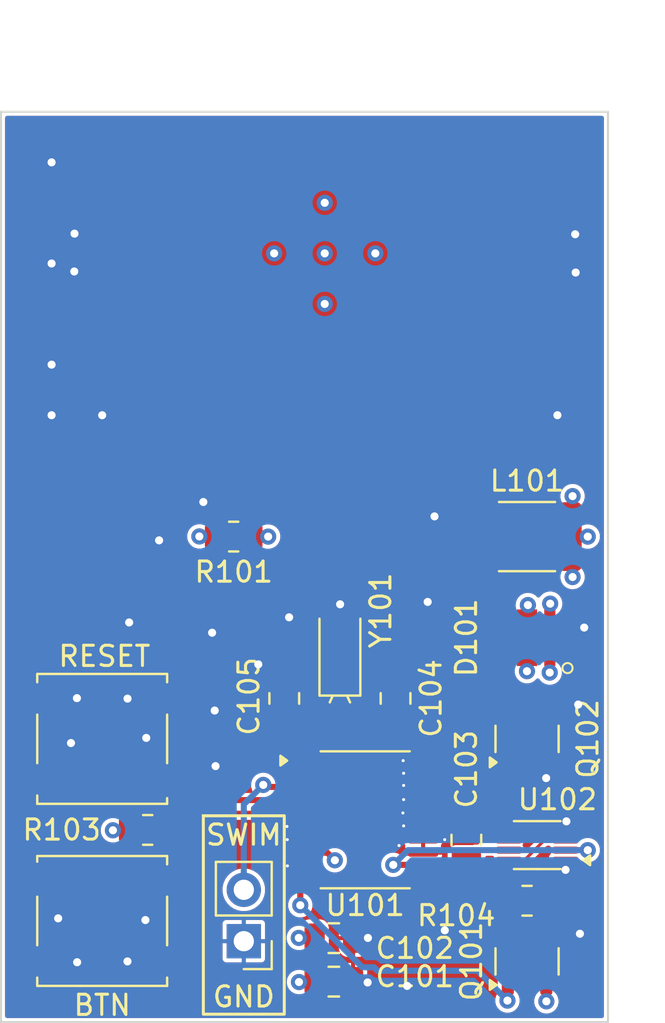
<source format=kicad_pcb>
(kicad_pcb
	(version 20241229)
	(generator "pcbnew")
	(generator_version "9.0")
	(general
		(thickness 1.6238)
		(legacy_teardrops no)
	)
	(paper "A4")
	(layers
		(0 "F.Cu" signal)
		(4 "In1.Cu" power)
		(6 "In2.Cu" signal)
		(2 "B.Cu" power)
		(9 "F.Adhes" user "F.Adhesive")
		(11 "B.Adhes" user "B.Adhesive")
		(13 "F.Paste" user)
		(15 "B.Paste" user)
		(5 "F.SilkS" user "F.Silkscreen")
		(7 "B.SilkS" user "B.Silkscreen")
		(1 "F.Mask" user)
		(3 "B.Mask" user)
		(17 "Dwgs.User" user "User.Drawings")
		(19 "Cmts.User" user "User.Comments")
		(21 "Eco1.User" user "User.Eco1")
		(23 "Eco2.User" user "User.Eco2")
		(25 "Edge.Cuts" user)
		(27 "Margin" user)
		(31 "F.CrtYd" user "F.Courtyard")
		(29 "B.CrtYd" user "B.Courtyard")
		(35 "F.Fab" user)
		(33 "B.Fab" user)
		(39 "User.1" user)
		(41 "User.2" user)
		(43 "User.3" user)
		(45 "User.4" user)
		(47 "User.5" user)
		(49 "User.6" user)
		(51 "User.7" user)
		(53 "User.8" user)
		(55 "User.9" user)
	)
	(setup
		(stackup
			(layer "F.SilkS"
				(type "Top Silk Screen")
			)
			(layer "F.Paste"
				(type "Top Solder Paste")
			)
			(layer "F.Mask"
				(type "Top Solder Mask")
				(thickness 0.01)
			)
			(layer "F.Cu"
				(type "copper")
				(thickness 0.035)
			)
			(layer "dielectric 1"
				(type "prepreg")
				(thickness 0.0994)
				(material "FR4")
				(epsilon_r 4.5)
				(loss_tangent 0.02)
			)
			(layer "In1.Cu"
				(type "copper")
				(thickness 0.035)
			)
			(layer "dielectric 2"
				(type "core")
				(thickness 1.265)
				(material "FR4")
				(epsilon_r 4.5)
				(loss_tangent 0.02)
			)
			(layer "In2.Cu"
				(type "copper")
				(thickness 0.035)
			)
			(layer "dielectric 3"
				(type "prepreg")
				(thickness 0.0994)
				(material "FR4")
				(epsilon_r 4.5)
				(loss_tangent 0.02)
			)
			(layer "B.Cu"
				(type "copper")
				(thickness 0.035)
			)
			(layer "B.Mask"
				(type "Bottom Solder Mask")
				(thickness 0.01)
			)
			(layer "B.Paste"
				(type "Bottom Solder Paste")
			)
			(layer "B.SilkS"
				(type "Bottom Silk Screen")
			)
			(copper_finish "ENIG")
			(dielectric_constraints no)
		)
		(pad_to_mask_clearance 0)
		(allow_soldermask_bridges_in_footprints no)
		(tenting front back)
		(pcbplotparams
			(layerselection 0x00000000_00000000_55555555_5755f5ff)
			(plot_on_all_layers_selection 0x00000000_00000000_00000000_00000000)
			(disableapertmacros no)
			(usegerberextensions no)
			(usegerberattributes yes)
			(usegerberadvancedattributes yes)
			(creategerberjobfile yes)
			(dashed_line_dash_ratio 12.000000)
			(dashed_line_gap_ratio 3.000000)
			(svgprecision 4)
			(plotframeref no)
			(mode 1)
			(useauxorigin no)
			(hpglpennumber 1)
			(hpglpenspeed 20)
			(hpglpendiameter 15.000000)
			(pdf_front_fp_property_popups yes)
			(pdf_back_fp_property_popups yes)
			(pdf_metadata yes)
			(pdf_single_document no)
			(dxfpolygonmode yes)
			(dxfimperialunits yes)
			(dxfusepcbnewfont yes)
			(psnegative no)
			(psa4output no)
			(plot_black_and_white yes)
			(sketchpadsonfab no)
			(plotpadnumbers no)
			(hidednponfab no)
			(sketchdnponfab yes)
			(crossoutdnponfab yes)
			(subtractmaskfromsilk no)
			(outputformat 1)
			(mirror no)
			(drillshape 1)
			(scaleselection 1)
			(outputdirectory "")
		)
	)
	(net 0 "")
	(net 1 "Net-(BT101-+)")
	(net 2 "GND")
	(net 3 "+3V0")
	(net 4 "Net-(D101-A)")
	(net 5 "/~{RESET}")
	(net 6 "/PWR_MONO")
	(net 7 "VS")
	(net 8 "Net-(Q102-G)")
	(net 9 "/DRV_LED")
	(net 10 "/SWIM")
	(net 11 "/OSC32_P")
	(net 12 "/OSC32_N")
	(net 13 "/BTN")
	(net 14 "Net-(U102-C_{ext})")
	(net 15 "Net-(U102-RC_{ext})")
	(footprint "Connector_PinHeader_2.54mm:PinHeader_1x02_P2.54mm_Vertical" (layer "F.Cu") (at 112 141 180))
	(footprint "Capacitor_SMD:C_0805_2012Metric" (layer "F.Cu") (at 119.5 129 90))
	(footprint "Capacitor_SMD:C_0805_2012Metric" (layer "F.Cu") (at 123 136 90))
	(footprint "Inductor_SMD:L_1812_4532Metric" (layer "F.Cu") (at 126 121 180))
	(footprint "Package_TO_SOT_SMD:SOT-23" (layer "F.Cu") (at 126 142 90))
	(footprint "Capacitor_SMD:C_0805_2012Metric" (layer "F.Cu") (at 116.449999 143))
	(footprint "Seppl_Battery_Holders:Battery_2023_MY-2032-01" (layer "F.Cu") (at 116 107 180))
	(footprint "Resistor_SMD:R_0805_2012Metric" (layer "F.Cu") (at 111.5 121))
	(footprint "Seppl_LED_SMD:LED-LV-CRBP.01_OSRAM" (layer "F.Cu") (at 126 126))
	(footprint "Capacitor_SMD:C_0805_2012Metric" (layer "F.Cu") (at 114 129 -90))
	(footprint "Button_Switch_SMD:SW_Push_1P1T_NO_CK_KSC6xxJ" (layer "F.Cu") (at 105 140 180))
	(footprint "Button_Switch_SMD:SW_Push_1P1T_NO_CK_KSC6xxJ" (layer "F.Cu") (at 105 131))
	(footprint "Seppl_Logo:Logo_3.3x5" (layer "F.Cu") (at 104.5 123.25))
	(footprint "Package_SO:TSSOP-20_4.4x6.5mm_P0.65mm" (layer "F.Cu") (at 118 135))
	(footprint "Resistor_SMD:R_0805_2012Metric" (layer "F.Cu") (at 107.25 135.5))
	(footprint "Package_TO_SOT_SMD:SOT-23" (layer "F.Cu") (at 126 131 90))
	(footprint "Capacitor_SMD:C_0805_2012Metric" (layer "F.Cu") (at 116.449999 140.85))
	(footprint "Crystal:Crystal_SMD_MicroCrystal_MS3V-T1R" (layer "F.Cu") (at 116.75 127 180))
	(footprint "Resistor_SMD:R_0805_2012Metric" (layer "F.Cu") (at 126 139 180))
	(footprint "Package_SO:VSSOP-8_2.3x2mm_P0.5mm" (layer "F.Cu") (at 126.5 136.25 180))
	(gr_rect
		(start 110 134.800638)
		(end 114 144.60898)
		(stroke
			(width 0.15)
			(type default)
		)
		(fill no)
		(layer "F.SilkS")
		(uuid "a9787c48-274b-496c-b785-812d768df052")
	)
	(gr_rect
		(start 100 100)
		(end 130 145)
		(stroke
			(width 0.1)
			(type default)
		)
		(fill no)
		(layer "Edge.Cuts")
		(uuid "369b27a9-0249-4e7d-883c-4bb16fe451f7")
	)
	(gr_text "rosaled v0\n2025/05"
		(at 101 120 0)
		(layer "F.Mask")
		(uuid "431bfe97-ddae-4c2e-a060-bf7c9d879267")
		(effects
			(font
				(size 1 1)
				(thickness 0.15)
			)
			(justify left bottom)
		)
	)
	(gr_text "RESET"
		(at 102.75 127.5 0)
		(layer "F.SilkS")
		(uuid "1b1e3ffc-983b-4481-a319-2dbaa6640389")
		(effects
			(font
				(size 1 1)
				(thickness 0.15)
			)
			(justify left bottom)
		)
	)
	(gr_text "BTN"
		(at 103.5 144.75 0)
		(layer "F.SilkS")
		(uuid "3703f491-1a47-41f0-a2d1-42cadd4adf78")
		(effects
			(font
				(size 1 1)
				(thickness 0.15)
			)
			(justify left bottom)
		)
	)
	(gr_text "SWIM"
		(at 112 135.75 0)
		(layer "F.SilkS")
		(uuid "83d585c5-d28b-4f48-8cde-46e1f88bdcfe")
		(effects
			(font
				(size 1 1)
				(thickness 0.153)
			)
		)
	)
	(gr_text "GND"
		(at 112 143.75 0)
		(layer "F.SilkS")
		(uuid "eb0a255f-cc00-4aff-a8af-31e6aaf3655b")
		(effects
			(font
				(size 1 1)
				(thickness 0.153)
			)
		)
	)
	(via
		(at 113.203939 121)
		(size 0.8)
		(drill 0.4)
		(layers "F.Cu" "B.Cu")
		(net 1)
		(uuid "34c7a677-7039-447d-b173-30600359f70d")
	)
	(via
		(at 118.5 107)
		(size 0.8)
		(drill 0.4)
		(layers "F.Cu" "B.Cu")
		(net 1)
		(uuid "cf434eb5-972e-4e0a-9a4c-8ea8ce2f0497")
	)
	(via
		(at 116 107)
		(size 0.8)
		(drill 0.4)
		(layers "F.Cu" "B.Cu")
		(net 1)
		(uuid "d0d70c38-59ac-4e72-b0b2-b7e27b202e83")
	)
	(via
		(at 116 109.5)
		(size 0.8)
		(drill 0.4)
		(layers "F.Cu" "B.Cu")
		(net 1)
		(uuid "dc08b53e-94e3-4bf5-a424-ed21de95ad6e")
	)
	(via
		(at 113.5 107)
		(size 0.8)
		(drill 0.4)
		(layers "F.Cu" "B.Cu")
		(net 1)
		(uuid "f2714d4d-6489-41b2-8086-37203adbdbf6")
	)
	(via
		(at 116 104.5)
		(size 0.8)
		(drill 0.4)
		(layers "F.Cu" "B.Cu")
		(net 1)
		(uuid "fafe8820-103a-43d5-b2ef-c591c9ed1ea6")
	)
	(segment
		(start 121.923822 135.975)
		(end 121.929559 135.980737)
		(width 0.3)
		(layer "F.Cu")
		(net 2)
		(uuid "029b419e-8ad3-476e-942b-0c7615e702a4")
	)
	(segment
		(start 120.8625 134.675)
		(end 119.876387 134.675)
		(width 0.3)
		(layer "F.Cu")
		(net 2)
		(uuid "030514be-3250-46a8-8244-d936f51de821")
	)
	(segment
		(start 115.1375 135.975)
		(end 114.153188 135.975)
		(width 0.3)
		(layer "F.Cu")
		(net 2)
		(uuid "0ed93c42-7358-4f78-85f4-470f5fa759d1")
	)
	(segment
		(start 120.8625 135.325)
		(end 119.925 135.325)
		(width 0.3)
		(layer "F.Cu")
		(net 2)
		(uuid "31602f78-2196-45fe-b873-28f2e673f1e8")
	)
	(segment
		(start 120.8625 132.725)
		(end 119.925 132.725)
		(width 0.3)
		(layer "F.Cu")
		(net 2)
		(uuid "34598b8e-f2de-45b8-aa6c-26424a4ce8c0")
	)
	(segment
		(start 120.8625 135.975)
		(end 121.923822 135.975)
		(width 0.3)
		(layer "F.Cu")
		(net 2)
		(uuid "36f81fd5-d6b9-4182-a9af-df75bcba66c5")
	)
	(segment
		(start 115.1375 137.275)
		(end 114.157535 137.275)
		(width 0.3)
		(layer "F.Cu")
		(net 2)
		(uuid "41c8cc2f-1c9d-46bb-8a4b-5d285048503a")
	)
	(segment
		(start 119.975 133.375)
		(end 119.9 133.3)
		(width 0.3)
		(layer "F.Cu")
		(net 2)
		(uuid "5b9293c6-f1e8-426f-997b-668b0d444193")
	)
	(segment
		(start 120.8625 133.375)
		(end 119.975 133.375)
		(width 0.3)
		(layer "F.Cu")
		(net 2)
		(uuid "62a7f6b7-3876-4d56-94cd-3b06caaf8c68")
	)
	(segment
		(start 120.8625 134.025)
		(end 119.925 134.025)
		(width 0.3)
		(layer "F.Cu")
		(net 2)
		(uuid "687d489c-6d34-4d90-a61b-a24ef984c11c")
	)
	(segment
		(start 119.925 135.325)
		(end 119.9 135.3)
		(width 0.3)
		(layer "F.Cu")
		(net 2)
		(uuid "70005edb-6a46-43b2-b32d-dd59f1038af5")
	)
	(segment
		(start 119.925 134.025)
		(end 119.9 134)
		(width 0.3)
		(layer "F.Cu")
		(net 2)
		(uuid "974a028e-e0ea-408f-9a88-b79f1fceb2e9")
	)
	(segment
		(start 119.876387 134.675)
		(end 119.863123 134.661736)
		(width 0.3)
		(layer "F.Cu")
		(net 2)
		(uuid "a1a1933d-a29f-4d46-ad4d-cfabdb3ea29b")
	)
	(segment
		(start 114.153188 135.975)
		(end 114.147451 135.980737)
		(width 0.3)
		(layer "F.Cu")
		(net 2)
		(uuid "a8368b0d-fe30-4dc6-a411-ceaf43dfa278")
	)
	(segment
		(start 119.875 132.075)
		(end 120.8625 132.075)
		(width 0.3)
		(layer "F.Cu")
		(net 2)
		(uuid "bc62c756-98c6-43bd-81e1-94e74084b7c4")
	)
	(segment
		(start 114.13636 135.325)
		(end 114.132795 135.328565)
		(width 0.3)
		(layer "F.Cu")
		(net 2)
		(uuid "beb0b20f-ed7a-4997-b462-6add49d7eed3")
	)
	(segment
		(start 120.8625 136.625)
		(end 120.025 136.625)
		(width 0.3)
		(layer "F.Cu")
		(net 2)
		(uuid "c0be9e67-a024-4596-b69b-c9ed06de5861")
	)
	(segment
		(start 120.025 136.625)
		(end 119.671162 136.271162)
		(width 0.3)
		(layer "F.Cu")
		(net 2)
		(uuid "c985ca31-452e-4db0-8696-3752637bff49")
	)
	(segment
		(start 115.1375 135.325)
		(end 114.13636 135.325)
		(width 0.3)
		(layer "F.Cu")
		(net 2)
		(uuid "cfedfb69-158b-49f5-ad6f-e16e3e5baa8e")
	)
	(segment
		(start 114.157535 137.275)
		(end 114.154779 137.277756)
		(width 0.3)
		(layer "F.Cu")
		(net 2)
		(uuid "d0ef99fb-cf22-4df5-9019-dbeaaeb06e74")
	)
	(segment
		(start 119.925 132.725)
		(end 119.9 132.7)
		(width 0.3)
		(layer "F.Cu")
		(net 2)
		(uuid "f3346605-2b94-4bf0-9f2b-9b5e7f8ead8a")
	)
	(via
		(at 118.120104 143.040555)
		(size 0.8)
		(drill 0.4)
		(layers "F.Cu" "B.Cu")
		(free yes)
		(net 2)
		(uuid "0402941b-ce4a-43a2-82f8-01158b1bbbc7")
	)
	(via
		(at 119.9 133.3)
		(size 0.25)
		(drill 0.15)
		(layers "F.Cu" "B.Cu")
		(net 2)
		(uuid "0650bb4c-a240-42bd-bbd5-84c81247dc9e")
	)
	(via
		(at 102.5 112.5)
		(size 0.8)
		(drill 0.4)
		(layers "F.Cu" "B.Cu")
		(free yes)
		(net 2)
		(uuid "08474e73-561e-4c3b-8915-d2f8bab5fbac")
	)
	(via
		(at 127.944603 135.076712)
		(size 0.8)
		(drill 0.4)
		(layers "F.Cu" "B.Cu")
		(free yes)
		(net 2)
		(uuid "09f9f927-906d-46d5-b097-96be9104e787")
	)
	(via
		(at 114.132795 135.328565)
		(size 0.25)
		(drill 0.15)
		(layers "F.Cu" "B.Cu")
		(net 2)
		(uuid "0cb277df-a93a-4705-bcf0-49da68de41be")
	)
	(via
		(at 120.073056 143.211277)
		(size 0.8)
		(drill 0.4)
		(layers "F.Cu" "B.Cu")
		(free yes)
		(net 2)
		(uuid "11259dbe-bc00-440b-af9f-8e0f12efbd46")
	)
	(via
		(at 110.603351 132.346481)
		(size 0.8)
		(drill 0.4)
		(layers "F.Cu" "B.Cu")
		(free yes)
		(net 2)
		(uuid "154112be-5c6f-4be0-bc5d-ce13fe0f6c62")
	)
	(via
		(at 116.760023 124.347045)
		(size 0.8)
		(drill 0.4)
		(layers "F.Cu" "B.Cu")
		(free yes)
		(net 2)
		(uuid "16728260-79c4-4b3f-bd12-f3061370c57a")
	)
	(via
		(at 128.401506 107.947393)
		(size 0.8)
		(drill 0.4)
		(layers "F.Cu" "B.Cu")
		(free yes)
		(net 2)
		(uuid "1fbc81b8-2ade-475e-b206-354ce0626b9a")
	)
	(via
		(at 114.239041 124.990549)
		(size 0.8)
		(drill 0.4)
		(layers "F.Cu" "B.Cu")
		(free yes)
		(net 2)
		(uuid "2075d813-e242-4f6a-8ff0-990f42cc5e75")
	)
	(via
		(at 107.136762 139.956065)
		(size 0.8)
		(drill 0.4)
		(layers "F.Cu" "B.Cu")
		(free yes)
		(net 2)
		(uuid "2393afc5-5651-4c5d-9791-f903ec5d033c")
	)
	(via
		(at 103.752377 128.98656)
		(size 0.8)
		(drill 0.4)
		(layers "F.Cu" "B.Cu")
		(free yes)
		(net 2)
		(uuid "24827c41-e4a7-416c-8d6c-d925265fb915")
	)
	(via
		(at 119.9 132.7)
		(size 0.25)
		(drill 0.15)
		(layers "F.Cu" "B.Cu")
		(net 2)
		(uuid "26efa6f4-a7f0-4b7c-832b-fd334c866119")
	)
	(via
		(at 106.250173 142)
		(size 0.8)
		(drill 0.4)
		(layers "F.Cu" "B.Cu")
		(free yes)
		(net 2)
		(uuid "2a3e7989-1850-4a7c-8edc-fbf3d2d28378")
	)
	(via
		(at 121.425871 120.002044)
		(size 0.8)
		(drill 0.4)
		(layers "F.Cu" "B.Cu")
		(free yes)
		(net 2)
		(uuid "36729926-7e66-4f03-9f4a-a02ded78278b")
	)
	(via
		(at 106.333528 125.244202)
		(size 0.8)
		(drill 0.4)
		(layers "F.Cu" "B.Cu")
		(free yes)
		(net 2)
		(uuid "39919e72-8ee9-4dc1-aa66-6316ddf2e916")
	)
	(via
		(at 103.621436 107.894786)
		(size 0.8)
		(drill 0.4)
		(layers "F.Cu" "B.Cu")
		(free yes)
		(net 2)
		(uuid "3fbc2866-8d0e-4896-a97b-c14d6a001ee3")
	)
	(via
		(at 110.434249 125.751508)
		(size 0.8)
		(drill 0.4)
		(layers "F.Cu" "B.Cu")
		(free yes)
		(net 2)
		(uuid "547c6da4-39c2-4787-a884-9b552b918aa2")
	)
	(via
		(at 121.929559 135.980737)
		(size 0.25)
		(drill 0.15)
		(layers "F.Cu" "B.Cu")
		(net 2)
		(uuid "57787e5f-a29f-4d29-99d2-28aba8c48131")
	)
	(via
		(at 103.762105 142.040787)
		(size 0.8)
		(drill 0.4)
		(layers "F.Cu" "B.Cu")
		(free yes)
		(net 2)
		(uuid "59c34625-4a49-441d-9c66-77bc5c50f181")
	)
	(via
		(at 102.824664 139.871514)
		(size 0.8)
		(drill 0.4)
		(layers "F.Cu" "B.Cu")
		(free yes)
		(net 2)
		(uuid "59c57c0e-c8b3-40e2-b83c-d25e88bb1c3f")
	)
	(via
		(at 107.81317 121.185757)
		(size 0.8)
		(drill 0.4)
		(layers "F.Cu" "B.Cu")
		(free yes)
		(net 2)
		(uuid "5f06c57f-b098-41f5-a842-accfda49d055")
	)
	(via
		(at 127.901972 137.474736)
		(size 0.8)
		(drill 0.4)
		(layers "F.Cu" "B.Cu")
		(free yes)
		(net 2)
		(uuid "668355a2-0ad9-4eda-9eac-9322f33b7b6d")
	)
	(via
		(at 102.5 115)
		(size 0.8)
		(drill 0.4)
		(layers "F.Cu" "B.Cu")
		(free yes)
		(net 2)
		(uuid "6a7cc018-96a0-4131-8e58-7e33e14a3c8a")
	)
	(via
		(at 119.9 134)
		(size 0.25)
		(drill 0.15)
		(layers "F.Cu" "B.Cu")
		(net 2)
		(uuid "6f97ec57-1e6f-4151-9dbd-80b36c55ffae")
	)
	(via
		(at 112.717124 127.3157)
		(size 0.8)
		(drill 0.4)
		(layers "F.Cu" "B.Cu")
		(free yes)
		(net 2)
		(uuid "7441bf1a-8c2e-4a99-bf8c-bda2a57f7cdf")
	)
	(via
		(at 114.147451 135.980737)
		(size 0.25)
		(drill 0.15)
		(layers "F.Cu" "B.Cu")
		(net 2)
		(uuid "75bdf2a0-a46e-4f0e-8a37-12810e8cb145")
	)
	(via
		(at 102.5 107.5)
		(size 0.8)
		(drill 0.4)
		(layers "F.Cu" "B.Cu")
		(free yes)
		(net 2)
		(uuid "7a5dd671-a388-4832-8e36-96c8bdfc2b16")
	)
	(via
		(at 121.087667 124.229591)
		(size 0.8)
		(drill 0.4)
		(layers "F.Cu" "B.Cu")
		(free yes)
		(net 2)
		(uuid "90cf6a42-34fc-4c5f-b865-1160de359e80")
	)
	(via
		(at 127.5 115)
		(size 0.8)
		(drill 0.4)
		(layers "F.Cu" "B.Cu")
		(free yes)
		(net 2)
		(uuid "91ad3ae0-2786-4d80-af8f-ae55e1d9830b")
	)
	(via
		(at 128.824078 125.497855)
		(size 0.8)
		(drill 0.4)
		(layers "F.Cu" "B.Cu")
		(free yes)
		(net 2)
		(uuid "936b37e0-4f92-40fb-adcc-7cb67c4aaec8")
	)
	(via
		(at 118.1354 140.839103)
		(size 0.8)
		(drill 0.4)
		(layers "F.Cu" "B.Cu")
		(free yes)
		(net 2)
		(uuid "967bfb52-f7c4-4cd2-8396-ed2519393a9a")
	)
	(via
		(at 119.671162 136.271162)
		(size 0.25)
		(drill 0.15)
		(layers "F.Cu" "B.Cu")
		(net 2)
		(uuid "a2a6295b-8590-4dd2-aa07-9bb9cff373ff")
	)
	(via
		(at 119.863123 134.661736)
		(size 0.25)
		(drill 0.15)
		(layers "F.Cu" "B.Cu")
		(net 2)
		(uuid "a98afb13-e0b2-4ce6-9010-bee753398320")
	)
	(via
		(at 128.378563 106.054575)
		(size 0.8)
		(drill 0.4)
		(layers "F.Cu" "B.Cu")
		(free yes)
		(net 2)
		(uuid "b2b6081d-d705-4a3e-a2a6-9bee3bce5f80")
	)
	(via
		(at 102.5 102.5)
		(size 0.8)
		(drill 0.4)
		(layers "F.Cu" "B.Cu")
		(free yes)
		(net 2)
		(uuid "b56fb398-5e85-4d4c-bf27-ff3304ba752a")
	)
	(via
		(at 121.933176 140.463371)
		(size 0.8)
		(drill 0.4)
		(layers "F.Cu" "B.Cu")
		(free yes)
		(net 2)
		(uuid "bc26ecd0-0626-45a2-b81d-7457465d0b09")
	)
	(via
		(at 105 115)
		(size 0.8)
		(drill 0.4)
		(layers "F.Cu" "B.Cu")
		(free yes)
		(net 2)
		(uuid "bf7255a3-f726-450d-9702-f76c4e9b2fb9")
	)
	(via
		(at 110.561075 129.598575)
		(size 0.8)
		(drill 0.4)
		(layers "F.Cu" "B.Cu")
		(free yes)
		(net 2)
		(uuid "c3b49fb1-a2fc-4c28-964e-8dfa3b22b6a7")
	)
	(via
		(at 110 119.29)
		(size 0.8)
		(drill 0.4)
		(layers "F.Cu" "B.Cu")
		(free yes)
		(net 2)
		(uuid "c7b1e716-346d-4bf8-b31f-d0fad5e54c12")
	)
	(via
		(at 126.943916 132.938818)
		(size 0.8)
		(drill 0.4)
		(layers "F.Cu" "B.Cu")
		(free yes)
		(net 2)
		(uuid "cbcdec27-a1c3-44f4-8792-746e81f8228d")
	)
	(via
		(at 128.612701 140.632473)
		(size 0.8)
		(drill 0.4)
		(layers "F.Cu" "B.Cu")
		(free yes)
		(net 2)
		(uuid "d56a70a1-3f2a-4a82-ba6d-62e0d1e9285c")
	)
	(via
		(at 107.179038 130.95139)
		(size 0.8)
		(drill 0.4)
		(layers "F.Cu" "B.Cu")
		(free yes)
		(net 2)
		(uuid "d7d140a9-8f4d-4f63-ab04-5fe7656e8080")
	)
	(via
		(at 119.875 132.075)
		(size 0.25)
		(drill 0.15)
		(layers "F.Cu" "B.Cu")
		(net 2)
		(uuid "e24f52d2-def6-4f12-9704-196595c43b93")
	)
	(via
		(at 114.154779 137.277756)
		(size 0.25)
		(drill 0.15)
		(layers "F.Cu" "B.Cu")
		(net 2)
		(uuid "e98add48-385d-46d3-b13b-2baaf331e311")
	)
	(via
		(at 103.458796 131.205043)
		(size 0.8)
		(drill 0.4)
		(layers "F.Cu" "B.Cu")
		(free yes)
		(net 2)
		(uuid "f10b8f9e-739c-4e35-a1fc-6414f383b935")
	)
	(via
		(at 106.25319 129.009503)
		(size 0.8)
		(drill 0.4)
		(layers "F.Cu" "B.Cu")
		(free yes)
		(net 2)
		(uuid "f1802c6e-2148-454f-be68-bbca47e03b67")
	)
	(via
		(at 103.632908 106.024911)
		(size 0.8)
		(drill 0.4)
		(layers "F.Cu" "B.Cu")
		(free yes)
		(net 2)
		(uuid "f31bf25e-d5f8-4d82-afbb-1af63a9f251d")
	)
	(via
		(at 119.9 135.3)
		(size 0.25)
		(drill 0.15)
		(layers "F.Cu" "B.Cu")
		(net 2)
		(uuid "f60518ba-6671-4698-9710-ec510e63e77c")
	)
	(via
		(at 128.52815 129.302647)
		(size 0.8)
		(drill 0.4)
		(layers "F.Cu" "B.Cu")
		(free yes)
		(net 2)
		(uuid "f9057c51-bc36-412f-afb2-020b978cde0d")
	)
	(segment
		(start 115.1375 136.625)
		(end 116.125 136.625)
		(width 0.3)
		(layer "F.Cu")
		(net 3)
		(uuid "f2620777-151c-4bfd-97f2-0d4a2bd361c8")
	)
	(segment
		(start 116.125 136.625)
		(end 116.5 137)
		(width 0.3)
		(layer "F.Cu")
		(net 3)
		(uuid "fc17d78a-d479-42b9-8919-5de465192878")
	)
	(via
		(at 125.995248 127.654222)
		(size 0.8)
		(drill 0.4)
		(layers "F.Cu" "B.Cu")
		(free yes)
		(net 3)
		(uuid "007d6df7-c9a4-4b34-95b6-fa1045d06318")
	)
	(via
		(at 105.53156 135.518191)
		(size 0.8)
		(drill 0.4)
		(layers "F.Cu" "B.Cu")
		(free yes)
		(net 3)
		(uuid "0e4be8a0-a1aa-4878-a653-bb2032eaa9d6")
	)
	(via
		(at 128.25 123)
		(size 0.8)
		(drill 0.4)
		(layers "F.Cu" "B.Cu")
		(free yes)
		(net 3)
		(uuid "118a759f-62ad-49aa-bb16-f0d464eab788")
	)
	(via
		(at 127.119467 127.723052)
		(size 0.8)
		(drill 0.4)
		(layers "F.Cu" "B.Cu")
		(free yes)
		(net 3)
		(uuid "16247424-8d03-436f-bdfd-9666311b00ca")
	)
	(via
		(at 128.25 119)
		(size 0.8)
		(drill 0.4)
		(layers "F.Cu" "B.Cu")
		(free yes)
		(net 3)
		(uuid "23595072-7fd9-435e-89e0-f4a5d5ea384d")
	)
	(via
		(at 116.5 137)
		(size 0.8)
		(drill 0.4)
		(layers "F.Cu" "B.Cu")
		(net 3)
		(uuid "31834b08-62dd-494c-a167-c893d093b97e")
	)
	(via
		(at 114.726472 143.019467)
		(size 0.8)
		(drill 0.4)
		(layers "F.Cu" "B.Cu")
		(free yes)
		(net 3)
		(uuid "4c8968f2-743c-425b-b60f-1bcaa918de0a")
	)
	(via
		(at 126.041135 124.384809)
		(size 0.8)
		(drill 0.4)
		(layers "F.Cu" "B.Cu")
		(free yes)
		(net 3)
		(uuid "50d095bf-f8d4-427f-8f13-9005c8ff4ac4")
	)
	(via
		(at 126.954113 143.974507)
		(size 0.8)
		(drill 0.4)
		(layers "F.Cu" "B.Cu")
		(free yes)
		(net 3)
		(uuid "5d459eda-8948-441b-987a-abb3015f50fc")
	)
	(via
		(at 109.80324 120.992352)
		(size 0.8)
		(drill 0.4)
		(layers "F.Cu" "B.Cu")
		(free yes)
		(net 3)
		(uuid "762a0982-6d92-472c-b244-9c40d65fd554")
	)
	(via
		(at 114.71819 140.837835)
		(size 0.8)
		(drill 0.4)
		(layers "F.Cu" "B.Cu")
		(free yes)
		(net 3)
		(uuid "89b4fc36-d7ea-4bb9-883c-f1a58347438b")
	)
	(via
		(at 129 121.00068)
		(size 0.8)
		(drill 0.4)
		(layers "F.Cu" "B.Cu")
		(free yes)
		(net 3)
		(uuid "93fe8a7e-9f3c-4edb-bde9-d1d5297f0229")
	)
	(via
		(at 127.14241 124.315979)
		(size 0.8)
		(drill 0.4)
		(layers "F.Cu" "B.Cu")
		(free yes)
		(net 3)
		(uuid "b387c012-9241-49b6-ad89-8c273ea92d68")
	)
	(segment
		(start 124.875 125.375)
		(end 123.8625 124.3625)
		(width 0.5)
		(layer "F.Cu")
		(net 4)
		(uuid "61873065-26bc-4902-acc4-d9e9fb5a7b6f")
	)
	(segment
		(start 124.875 126)
		(end 124.875 125.375)
		(width 0.5)
		(layer "F.Cu")
		(net 4)
		(uuid "75a78627-981f-47b2-b054-d56a0c0b5696")
	)
	(segment
		(start 126 130.0625)
		(end 124.875 128.9375)
		(width 0.5)
		(layer "F.Cu")
		(net 4)
		(uuid "8000c526-98f4-4ffc-9013-235102b98b9b")
	)
	(segment
		(start 123.8625 124.3625)
		(end 123.8625 121)
		(width 0.5)
		(layer "F.Cu")
		(net 4)
		(uuid "802975fa-f337-4fdb-90b7-4bee4e49b082")
	)
	(segment
		(start 124.875 128.9375)
		(end 124.875 126)
		(width 0.5)
		(layer "F.Cu")
		(net 4)
		(uuid "f9ffa3d7-70a4-4117-85ec-568c58b67755")
	)
	(segment
		(start 108.925 134.025)
		(end 115.1375 134.025)
		(width 0.3)
		(layer "F.Cu")
		(net 5)
		(uuid "66b90c6d-f102-4f9d-9558-22bcbd5fa181")
	)
	(segment
		(start 107.9 133)
		(end 108.925 134.025)
		(width 0.3)
		(layer "F.Cu")
		(net 5)
		(uuid "ae1eef4b-bf16-427f-bbc4-d423633b785a")
	)
	(segment
		(start 107.9 133)
		(end 102.1 133)
		(width 0.5)
		(layer "F.Cu")
		(net 5)
		(uuid "da20be9d-48e3-4252-995a-62e3d0304027")
	)
	(segment
		(start 114.792096 138.270404)
		(end 115.1375 137.925)
		(width 0.3)
		(layer "F.Cu")
		(net 6)
		(uuid "031742fd-5b24-48e7-a1b0-d0136fd5242c")
	)
	(segment
		(start 114.792096 139.223015)
		(end 114.792096 138.270404)
		(width 0.3)
		(layer "F.Cu")
		(net 6)
		(uuid "365d87b4-f817-4755-9392-4d9b8d09a77e")
	)
	(via
		(at 114.792096 139.223015)
		(size 0.8)
		(drill 0.4)
		(layers "F.Cu" "B.Cu")
		(net 6)
		(uuid "10f208bb-ffe6-4dfa-ad39-6188ecda8886")
	)
	(via
		(at 125.03059 143.935615)
		(size 0.8)
		(drill 0.4)
		(layers "F.Cu" "B.Cu")
		(net 6)
		(uuid "2b3da9fd-257e-4c18-b564-d7a71d005911")
	)
	(segment
		(start 114.792096 139.223015)
		(end 117.858636 142.289555)
		(width 0.3)
		(layer "B.Cu")
		(net 6)
		(uuid "0c15a8de-d082-4810-8c2b-4c13c60850f6")
	)
	(segment
		(start 117.858636 142.289555)
		(end 118.431179 142.289555)
		(width 0.3)
		(layer "B.Cu")
		(net 6)
		(uuid "8bc862f7-ae95-45be-bbca-4bbccec6f58a")
	)
	(segment
		(start 123.555252 142.460277)
		(end 125.03059 143.935615)
		(width 0.3)
		(layer "B.Cu")
		(net 6)
		(uuid "aae36d5d-3328-4486-8e8d-1c4176fc749e")
	)
	(segment
		(start 118.601901 142.460277)
		(end 123.555252 142.460277)
		(width 0.3)
		(layer "B.Cu")
		(net 6)
		(uuid "dba68b00-9bae-4b23-b00a-1e2664479f7a")
	)
	(segment
		(start 118.431179 142.289555)
		(end 118.601901 142.460277)
		(width 0.3)
		(layer "B.Cu")
		(net 6)
		(uuid "e9d732bb-a3ab-4c50-9088-4c6642405879")
	)
	(segment
		(start 126.8645 136)
		(end 125.7385 137.126)
		(width 0.15)
		(layer "F.Cu")
		(net 7)
		(uuid "03af0687-4bb5-4e93-94a8-4ac62f8b22f5")
	)
	(segment
		(start 126.9125 140.149999)
		(end 126.9125 139)
		(width 0.5)
		(layer "F.Cu")
		(net 7)
		(uuid "2c579859-93f7-438e-9234-055ff325f00f")
	)
	(segment
		(start 125.7385 137.126)
		(end 125.1 137.126)
		(width 0.5)
		(layer "F.Cu")
		(net 7)
		(uuid "3ebe8b1b-80b7-47ef-8660-d369aed44018")
	)
	(segment
		(start 126.9125 138.3)
		(end 125.7385 137.126)
		(width 0.5)
		(layer "F.Cu")
		(net 7)
		(uuid "79181c27-41c3-434a-8aec-c9139d86a66b")
	)
	(segment
		(start 126 141.062499)
		(end 126.9125 140.149999)
		(width 0.5)
		(layer "F.Cu")
		(net 7)
		(uuid "7e30b958-ee4b-43b6-a9e3-e2502104582c")
	)
	(segment
		(start 127.9 136)
		(end 126.8645 136)
		(width 0.15)
		(layer "F.Cu")
		(net 7)
		(uuid "a3aed996-ada2-4bbd-b065-6497888b52c0")
	)
	(segment
		(start 126.9125 139)
		(end 126.9125 138.3)
		(width 0.5)
		(layer "F.Cu")
		(net 7)
		(uuid "bc8b05d2-37d3-49b8-b640-3fa3868bb734")
	)
	(segment
		(start 125.05 131.9375)
		(end 125.05 135.374)
		(width 0.5)
		(layer "F.Cu")
		(net 8)
		(uuid "b2b34e2b-7e57-472d-9c7c-e12e0c8e1678")
	)
	(segment
		(start 125.05 135.374)
		(end 125.1 135.374)
		(width 0.5)
		(layer "F.Cu")
		(net 8)
		(uuid "d73885b7-aa13-43e9-b7d2-ec2a332cc1df")
	)
	(segment
		(start 119.386512 137.227564)
		(end 120.815064 137.227564)
		(width 0.3)
		(layer "F.Cu")
		(net 9)
		(uuid "1aaf1f2b-c7e6-4412-a706-60c9520f7ddf")
	)
	(segment
		(start 120.815064 137.227564)
		(end 120.8625 137.275)
		(width 0.3)
		(layer "F.Cu")
		(net 9)
		(uuid "47ab928b-afb6-4449-886f-397afcdf1c21")
	)
	(segment
		(start 129 136.5)
		(end 127.9 136.5)
		(width 0.3)
		(layer "F.Cu")
		(net 9)
		(uuid "e22a9e08-89cf-499d-9b0b-eb7164319cad")
	)
	(via
		(at 119.386512 137.227564)
		(size 0.8)
		(drill 0.4)
		(layers "F.Cu" "B.Cu")
		(net 9)
		(uuid "5ca4af17-9f8d-4593-839a-e1d204617d5e")
	)
	(via
		(at 129 136.5)
		(size 0.8)
		(drill 0.4)
		(layers "F.Cu" "B.Cu")
		(net 9)
		(uuid "816adf12-1319-440f-b87e-1bfd23e239a3")
	)
	(segment
		(start 120.114076 136.5)
		(end 119.386512 137.227564)
		(width 0.3)
		(layer "B.Cu")
		(net 9)
		(uuid "8e302844-74de-43a8-8d64-3eceee7600c6")
	)
	(segment
		(start 129 136.5)
		(end 120.114076 136.5)
		(width 0.3)
		(layer "B.Cu")
		(net 9)
		(uuid "9359aaeb-e1aa-40ac-868a-6651fd166c65")
	)
	(segment
		(start 113.061869 133.375)
		(end 112.961869 133.275)
		(width 0.3)
		(layer "F.Cu")
		(net 10)
		(uuid "551ec133-6e38-403b-ba03-1b8bf8194c73")
	)
	(segment
		(start 115.1375 133.375)
		(end 113.061869 133.375)
		(width 0.3)
		(layer "F.Cu")
		(net 10)
		(uuid "c70fe934-e7f2-4c28-a8d5-82270ead78a4")
	)
	(via
		(at 112.961869 133.275)
		(size 0.8)
		(drill 0.4)
		(layers "F.Cu" "B.Cu")
		(net 10)
		(uuid "33cfb042-2b3e-4e7c-a599-d2e339d0c4bc")
	)
	(segment
		(start 112 134.236869)
		(end 112 138.46)
		(width 0.3)
		(layer "B.Cu")
		(net 10)
		(uuid "ea2083d8-599c-47b5-a912-80759dd63ad0")
	)
	(segment
		(start 112.961869 133.275)
		(end 112 134.236869)
		(width 0.3)
		(layer "B.Cu")
		(net 10)
		(uuid "f6c91a66-79d2-4966-9269-58987b513ced")
	)
	(segment
		(start 116.250001 131.641478)
		(end 116.250001 129.8)
		(width 0.3)
		(layer "F.Cu")
		(net 11)
		(uuid "085e2097-8750-4ea7-ab43-28b91e309e17")
	)
	(segment
		(start 116.250001 129.8)
		(end 114.149999 129.8)
		(width 0.3)
		(layer "F.Cu")
		(net 11)
		(uuid "0b1fb967-0941-4fe0-98bb-1d15fa58fc9b")
	)
	(segment
		(start 114.149999 129.8)
		(end 114 129.949999)
		(width 0.3)
		(layer "F.Cu")
		(net 11)
		(uuid "23a05623-8057-4eb8-b997-61afb4f6cfc0")
	)
	(segment
		(start 115.816479 132.075)
		(end 116.250001 131.641478)
		(width 0.3)
		(layer "F.Cu")
		(net 11)
		(uuid "772b10eb-1736-4ca5-86bf-34ddb503ec1a")
	)
	(segment
		(start 115.1375 132.075)
		(end 115.816479 132.075)
		(width 0.3)
		(layer "F.Cu")
		(net 11)
		(uuid "97f46a4c-5abd-4af5-b875-1301fcfb8943")
	)
	(segment
		(start 119.350001 129.8)
		(end 119.5 129.949999)
		(width 0.3)
		(layer "F.Cu")
		(net 12)
		(uuid "055a2de8-5926-43f1-ba8c-265494e023bc")
	)
	(segment
		(start 115.874999 132.725)
		(end 117.249999 131.35)
		(width 0.3)
		(layer "F.Cu")
		(net 12)
		(uuid "1fa8813a-7dc5-4467-9d01-2bd26db01910")
	)
	(segment
		(start 117.249999 131.35)
		(end 117.249999 129.8)
		(width 0.3)
		(layer "F.Cu")
		(net 12)
		(uuid "63cc018f-fc94-4a8c-ad4c-92f3fc15d5b8")
	)
	(segment
		(start 117.249999 129.8)
		(end 119.350001 129.8)
		(width 0.3)
		(layer "F.Cu")
		(net 12)
		(uuid "a4b4d6a8-b718-442f-8900-e47997fe4673")
	)
	(segment
		(start 115.1375 132.725)
		(end 115.874999 132.725)
		(width 0.3)
		(layer "F.Cu")
		(net 12)
		(uuid "b0371817-4c5a-4bd7-a172-3350590cf67d")
	)
	(segment
		(start 108.1625 135.5)
		(end 108.9875 134.675)
		(width 0.25)
		(layer "F.Cu")
		(net 13)
		(uuid "409a9116-8b58-414e-ad05-662b090b734e")
	)
	(segment
		(start 102.1 138)
		(end 107.9 138)
		(width 0.25)
		(layer "F.Cu")
		(net 13)
		(uuid "627a466f-d690-434e-8887-527896a1b2b6")
	)
	(segment
		(start 108.1625 137.5875)
		(end 108.1625 135.5)
		(width 0.25)
		(layer "F.Cu")
		(net 13)
		(uuid "81a0ba73-97c3-472b-9b10-851bf6c00128")
	)
	(segment
		(start 108.9875 134.675)
		(end 115.1375 134.675)
		(width 0.25)
		(layer "F.Cu")
		(net 13)
		(uuid "ac5ed2a6-4bd9-4458-bc25-933521ae11e6")
	)
	(segment
		(start 107.9 138)
		(end 107.9 137.85)
		(width 0.25)
		(layer "F.Cu")
		(net 13)
		(uuid "dac8c58c-b085-425e-a793-e64cac4a0fb6")
	)
	(segment
		(start 107.9 137.85)
		(end 108.1625 137.5875)
		(width 0.25)
		(layer "F.Cu")
		(net 13)
		(uuid "e600a2ea-5d3f-4fb0-acf1-5358f04bc054")
	)
	(segment
		(start 123.949999 136)
		(end 123 135.050001)
		(width 0.15)
		(layer "F.Cu")
		(net 14)
		(uuid "2194d2fd-7bfd-4a2c-9c16-e317acdd6279")
	)
	(segment
		(start 125.1 136)
		(end 123.949999 136)
		(width 0.15)
		(layer "F.Cu")
		(net 14)
		(uuid "72602ce4-d5b7-47a7-ae9d-d46359a633c9")
	)
	(segment
		(start 123 136.949999)
		(end 123.449999 136.5)
		(width 0.15)
		(layer "F.Cu")
		(net 15)
		(uuid "817e81b0-a3d7-4d85-bce0-f12491c98c73")
	)
	(segment
		(start 125.050001 139)
		(end 123 136.949999)
		(width 0.3)
		(layer "F.Cu")
		(net 15)
		(uuid "a280c2fc-606e-4b35-a3ab-e61c03c4898a")
	)
	(segment
		(start 123.449999 136.5)
		(end 125.1 136.5)
		(width 0.15)
		(layer "F.Cu")
		(net 15)
		(uuid "b556eeea-8c22-44ef-a7ae-19ca68446550")
	)
	(segment
		(start 125.0875 139)
		(end 125.050001 139)
		(width 0.3)
		(layer "F.Cu")
		(net 15)
		(uuid "beb7141c-515f-4978-a04c-4b45670c3967")
	)
	(zone
		(net 2)
		(net_name "GND")
		(layers "F.Cu" "B.Cu" "In1.Cu")
		(uuid "6f6fe5fa-008c-4763-9dae-c0747dbc392d")
		(hatch edge 0.5)
		(connect_pads
			(clearance 0.2)
		)
		(min_thickness 0.2)
		(filled_areas_thickness no)
		(fill yes
			(thermal_gap 0.2)
			(thermal_bridge_width 0.2)
		)
		(polygon
			(pts
				(xy 100 100) (xy 130 100) (xy 130 145) (xy 100 145)
			)
		)
		(filled_polygon
			(layer "F.Cu")
			(pts
				(xy 129.758691 100.219407) (xy 129.794655 100.268907) (xy 129.7995 100.2995) (xy 129.7995 144.7005)
				(xy 129.780593 144.758691) (xy 129.731093 144.794655) (xy 129.7005 144.7995) (xy 100.2995 144.7995)
				(xy 100.241309 144.780593) (xy 100.205345 144.731093) (xy 100.2005 144.7005) (xy 100.2005 142.94041)
				(xy 114.125972 142.94041) (xy 114.125972 143.098524) (xy 114.166895 143.251251) (xy 114.245952 143.388183)
				(xy 114.357756 143.499987) (xy 114.494688 143.579044) (xy 114.647415 143.619967) (xy 114.647417 143.619967)
				(xy 114.753198 143.619967) (xy 114.811389 143.638874) (xy 114.843185 143.681619) (xy 114.843742 143.681326)
				(xy 114.845643 143.684923) (xy 114.846641 143.686265) (xy 114.847207 143.687883) (xy 114.927845 143.797144)
				(xy 114.927847 143.797146) (xy 114.92785 143.79715) (xy 114.927853 143.797152) (xy 114.927855 143.797154)
				(xy 115.037116 143.877792) (xy 115.037117 143.877792) (xy 115.037118 143.877793) (xy 115.165301 143.922646)
				(xy 115.195725 143.925499) (xy 115.195727 143.9255) (xy 115.195734 143.9255) (xy 115.804273 143.9255)
				(xy 115.804273 143.925499) (xy 115.834699 143.922646) (xy 115.962882 143.877793) (xy 116.07215 143.79715)
				(xy 116.152793 143.687882) (xy 116.197646 143.559699) (xy 116.200499 143.529273) (xy 116.2005 143.529273)
				(xy 116.2005 143.100001) (xy 116.699999 143.100001) (xy 116.699999 143.529203) (xy 116.702848 143.5596)
				(xy 116.702848 143.559602) (xy 116.747652 143.687647) (xy 116.828205 143.79679) (xy 116.828207 143.796792)
				(xy 116.93735 143.877345) (xy 117.065396 143.922149) (xy 117.095787 143.924999) (xy 117.299996 143.924999)
				(xy 117.299998 143.924998) (xy 117.299998 143.100001) (xy 117.499998 143.100001) (xy 117.499998 143.924998)
				(xy 117.499999 143.924999) (xy 117.704201 143.924999) (xy 117.734598 143.922149) (xy 117.7346 143.922149)
				(xy 117.862645 143.877345) (xy 117.89081 143.856558) (xy 124.43009 143.856558) (xy 124.43009 144.014672)
				(xy 124.471013 144.167399) (xy 124.55007 144.304331) (xy 124.661874 144.416135) (xy 124.798806 144.495192)
				(xy 124.951533 144.536115) (xy 124.951535 144.536115) (xy 125.109645 144.536115) (xy 125.109647 144.536115)
				(xy 125.262374 144.495192) (xy 125.399306 144.416135) (xy 125.51111 144.304331) (xy 125.590167 144.167399)
				(xy 125.63109 144.014672) (xy 125.63109 143.89545) (xy 126.353613 143.89545) (xy 126.353613 144.053564)
				(xy 126.394536 144.206291) (xy 126.473593 144.343223) (xy 126.585397 144.455027) (xy 126.722329 144.534084)
				(xy 126.875056 144.575007) (xy 126.875058 144.575007) (xy 127.033168 144.575007) (xy 127.03317 144.575007)
				(xy 127.185897 144.534084) (xy 127.322829 144.455027) (xy 127.434633 144.343223) (xy 127.51369 144.206291)
				(xy 127.554613 144.053564) (xy 127.554613 143.89545) (xy 127.51369 143.742723) (xy 127.458955 143.64792)
				(xy 127.446235 143.588072) (xy 127.446728 143.584144) (xy 127.447471 143.579044) (xy 127.4505 143.55826)
				(xy 127.4505 142.31674) (xy 127.440573 142.248607) (xy 127.418378 142.203207) (xy 127.389198 142.143518)
				(xy 127.389198 142.143517) (xy 127.306483 142.060802) (xy 127.284385 142.049999) (xy 127.201395 142.009427)
				(xy 127.174139 142.005456) (xy 127.13326 141.9995) (xy 126.76674 141.9995) (xy 126.732673 142.004463)
				(xy 126.698604 142.009427) (xy 126.593518 142.060801) (xy 126.510801 142.143518) (xy 126.459427 142.248604)
				(xy 126.459427 142.248607) (xy 126.4495 142.31674) (xy 126.4495 143.55826) (xy 126.449696 143.559602)
				(xy 126.454929 143.595526) (xy 126.444608 143.655835) (xy 126.4427 143.659296) (xy 126.394538 143.742718)
				(xy 126.394536 143.742721) (xy 126.394536 143.742723) (xy 126.353613 143.89545) (xy 125.63109 143.89545)
				(xy 125.63109 143.856558) (xy 125.590167 143.703831) (xy 125.590165 143.703828) (xy 125.590165 143.703826)
				(xy 125.558742 143.6494) (xy 125.54602 143.589552) (xy 125.546508 143.585652) (xy 125.5505 143.55826)
				(xy 125.5505 142.31674) (xy 125.540573 142.248607) (xy 125.518378 142.203207) (xy 125.489198 142.143518)
				(xy 125.489198 142.143517) (xy 125.406483 142.060802) (xy 125.384385 142.049999) (xy 125.301395 142.009427)
				(xy 125.274139 142.005456) (xy 125.23326 141.9995) (xy 124.86674 141.9995) (xy 124.832673 142.004463)
				(xy 124.798604 142.009427) (xy 124.693518 142.060801) (xy 124.610801 142.143518) (xy 124.559427 142.248604)
				(xy 124.559427 142.248607) (xy 124.55014 142.312352) (xy 124.5495 142.316743) (xy 124.5495 143.541359)
				(xy 124.536237 143.590858) (xy 124.471013 143.703829) (xy 124.460593 143.742718) (xy 124.43009 143.856558)
				(xy 117.89081 143.856558) (xy 117.971788 143.796792) (xy 117.971791 143.796789) (xy 117.975856 143.791282)
				(xy 117.975857 143.79128) (xy 118.052343 143.687647) (xy 118.097147 143.559601) (xy 118.099997 143.529211)
				(xy 118.099998 143.52921) (xy 118.099998 143.100001) (xy 118.099997 143.1) (xy 117.499999 143.1)
				(xy 117.499998 143.100001) (xy 117.299998 143.100001) (xy 117.299997 143.1) (xy 116.7 143.1) (xy 116.699999 143.100001)
				(xy 116.2005 143.100001) (xy 116.2005 142.470788) (xy 116.699998 142.470788) (xy 116.699998 142.899999)
				(xy 116.699999 142.9) (xy 117.299997 142.9) (xy 117.299998 142.899999) (xy 117.299998 142.075001)
				(xy 117.499998 142.075001) (xy 117.499998 142.899999) (xy 117.499999 142.9) (xy 118.099996 142.9)
				(xy 118.099997 142.899999) (xy 118.099997 142.470796) (xy 118.097147 142.440399) (xy 118.097147 142.440397)
				(xy 118.052343 142.312352) (xy 117.97179 142.203209) (xy 117.971788 142.203207) (xy 117.862645 142.122654)
				(xy 117.734599 142.07785) (xy 117.704209 142.075) (xy 117.499999 142.075) (xy 117.499998 142.075001)
				(xy 117.299998 142.075001) (xy 117.299997 142.075) (xy 117.095794 142.075) (xy 117.065397 142.07785)
				(xy 117.065395 142.07785) (xy 116.93735 142.122654) (xy 116.828207 142.203207) (xy 116.828205 142.203209)
				(xy 116.747652 142.312352) (xy 116.702848 142.440398) (xy 116.699998 142.470788) (xy 116.2005 142.470788)
				(xy 116.2005 142.470727) (xy 116.200499 142.470725) (xy 116.197646 142.440305) (xy 116.197646 142.440301)
				(xy 116.152793 142.312118) (xy 116.15279 142.312114) (xy 116.072154 142.202855) (xy 116.072152 142.202853)
				(xy 116.07215 142.20285) (xy 116.072146 142.202847) (xy 116.072144 142.202845) (xy 115.962883 142.122207)
				(xy 115.834703 142.077355) (xy 115.834694 142.077353) (xy 115.804274 142.0745) (xy 115.804266 142.0745)
				(xy 115.195734 142.0745) (xy 115.195725 142.0745) (xy 115.165305 142.077353) (xy 115.165296 142.077355)
				(xy 115.037116 142.122207) (xy 114.927855 142.202845) (xy 114.927845 142.202855) (xy 114.847208 142.312114)
				(xy 114.847207 142.312116) (xy 114.840798 142.330431) (xy 114.833018 142.352666) (xy 114.795955 142.401345)
				(xy 114.739575 142.418967) (xy 114.647415 142.418967) (xy 114.494688 142.45989) (xy 114.357756 142.538947)
				(xy 114.245952 142.650751) (xy 114.166895 142.787683) (xy 114.125972 142.94041) (xy 100.2005 142.94041)
				(xy 100.2005 142.100001) (xy 100.5 142.100001) (xy 100.5 142.5197) (xy 100.511603 142.578036) (xy 100.555806 142.644189)
				(xy 100.55581 142.644193) (xy 100.621963 142.688396) (xy 100.680299 142.699999) (xy 100.680303 142.7)
				(xy 101.999999 142.7) (xy 102 142.699999) (xy 102 142.100001) (xy 102.2 142.100001) (xy 102.2 142.699999)
				(xy 102.200001 142.7) (xy 103.519697 142.7) (xy 103.5197 142.699999) (xy 103.578036 142.688396)
				(xy 103.644189 142.644193) (xy 103.644193 142.644189) (xy 103.688396 142.578036) (xy 103.699999 142.5197)
				(xy 103.7 142.519697) (xy 103.7 142.100001) (xy 106.3 142.100001) (xy 106.3 142.5197) (xy 106.311603 142.578036)
				(xy 106.355806 142.644189) (xy 106.35581 142.644193) (xy 106.421963 142.688396) (xy 106.480299 142.699999)
				(xy 106.480303 142.7) (xy 107.799999 142.7) (xy 107.8 142.699999) (xy 107.8 142.100001) (xy 108 142.100001)
				(xy 108 142.699999) (xy 108.000001 142.7) (xy 109.319697 142.7) (xy 109.3197 142.699999) (xy 109.378036 142.688396)
				(xy 109.444189 142.644193) (xy 109.444193 142.644189) (xy 109.488396 142.578036) (xy 109.499999 142.5197)
				(xy 109.5 142.519697) (xy 109.5 142.100001) (xy 109.499999 142.1) (xy 108.000001 142.1) (xy 108 142.100001)
				(xy 107.8 142.100001) (xy 107.799999 142.1) (xy 106.300001 142.1) (xy 106.3 142.100001) (xy 103.7 142.100001)
				(xy 103.699999 142.1) (xy 102.200001 142.1) (xy 102.2 142.100001) (xy 102 142.100001) (xy 101.999999 142.1)
				(xy 100.500001 142.1) (xy 100.5 142.100001) (xy 100.2005 142.100001) (xy 100.2005 141.480299) (xy 100.5 141.480299)
				(xy 100.5 141.899999) (xy 100.500001 141.9) (xy 101.999999 141.9) (xy 102 141.899999) (xy 102 141.300001)
				(xy 102.2 141.300001) (xy 102.2 141.899999) (xy 102.200001 141.9) (xy 103.699999 141.9) (xy 103.7 141.899999)
				(xy 103.7 141.480302) (xy 103.699999 141.480299) (xy 106.3 141.480299) (xy 106.3 141.899999) (xy 106.300001 141.9)
				(xy 107.799999 141.9) (xy 107.8 141.899999) (xy 107.8 141.300001) (xy 108 141.300001) (xy 108 141.899999)
				(xy 108.000001 141.9) (xy 109.499999 141.9) (xy 109.5 141.899999) (xy 109.5 141.480302) (xy 109.499999 141.480299)
				(xy 109.488396 141.421963) (xy 109.444193 141.35581) (xy 109.444189 141.355806) (xy 109.378036 141.311603)
				(xy 109.3197 141.3) (xy 108.000001 141.3) (xy 108 141.300001) (xy 107.8 141.300001) (xy 107.799999 141.3)
				(xy 106.480299 141.3) (xy 106.421963 141.311603) (xy 106.35581 141.355806) (xy 106.355806 141.35581)
				(xy 106.311603 141.421963) (xy 106.3 141.480299) (xy 103.699999 141.480299) (xy 103.688396 141.421963)
				(xy 103.644193 141.35581) (xy 103.644189 141.355806) (xy 103.578036 141.311603) (xy 103.5197 141.3)
				(xy 102.200001 141.3) (xy 102.2 141.300001) (xy 102 141.300001) (xy 101.999999 141.3) (xy 100.680299 141.3)
				(xy 100.621963 141.311603) (xy 100.55581 141.355806) (xy 100.555806 141.35581) (xy 100.511603 141.421963)
				(xy 100.5 141.480299) (xy 100.2005 141.480299) (xy 100.2005 140.130299) (xy 110.95 140.130299) (xy 110.95 140.899999)
				(xy 110.950001 140.9) (xy 111.509157 140.9) (xy 111.5 140.934174) (xy 111.5 141.065826) (xy 111.509157 141.1)
				(xy 110.950001 141.1) (xy 110.95 141.100001) (xy 110.95 141.8697) (xy 110.961603 141.928036) (xy 111.005806 141.994189)
				(xy 111.00581 141.994193) (xy 111.071963 142.038396) (xy 111.130299 142.049999) (xy 111.130303 142.05)
				(xy 111.899999 142.05) (xy 111.9 142.049999) (xy 111.9 141.490842) (xy 111.934174 141.5) (xy 112.065826 141.5)
				(xy 112.1 141.490842) (xy 112.1 142.049999) (xy 112.100001 142.05) (xy 112.869697 142.05) (xy 112.8697 142.049999)
				(xy 112.928036 142.038396) (xy 112.994189 141.994193) (xy 112.994193 141.994189) (xy 113.038396 141.928036)
				(xy 113.049999 141.8697) (xy 113.05 141.869697) (xy 113.05 141.100001) (xy 113.049999 141.1) (xy 112.490843 141.1)
				(xy 112.5 141.065826) (xy 112.5 140.934174) (xy 112.490843 140.9) (xy 113.049999 140.9) (xy 113.05 140.899999)
				(xy 113.05 140.758778) (xy 114.11769 140.758778) (xy 114.11769 140.916892) (xy 114.158613 141.069619)
				(xy 114.23767 141.206551) (xy 114.349474 141.318355) (xy 114.486406 141.397412) (xy 114.639133 141.438335)
				(xy 114.639135 141.438335) (xy 114.74213 141.438335) (xy 114.800321 141.457242) (xy 114.835574 141.504637)
				(xy 114.847207 141.537883) (xy 114.927845 141.647144) (xy 114.927847 141.647146) (xy 114.92785 141.64715)
				(xy 114.927853 141.647152) (xy 114.927855 141.647154) (xy 115.037116 141.727792) (xy 115.037117 141.727792)
				(xy 115.037118 141.727793) (xy 115.165301 141.772646) (xy 115.195725 141.775499) (xy 115.195727 141.7755)
				(xy 115.195734 141.7755) (xy 115.804273 141.7755) (xy 115.804273 141.775499) (xy 115.834699 141.772646)
				(xy 115.962882 141.727793) (xy 116.07215 141.64715) (xy 116.152793 141.537882) (xy 116.197646 141.409699)
				(xy 116.200499 141.379273) (xy 116.2005 141.379273) (xy 116.2005 140.950001) (xy 116.699999 140.950001)
				(xy 116.699999 141.379203) (xy 116.702848 141.4096) (xy 116.702848 141.409602) (xy 116.747652 141.537647)
				(xy 116.828205 141.64679) (xy 116.828207 141.646792) (xy 116.93735 141.727345) (xy 117.065396 141.772149)
				(xy 117.095787 141.774999) (xy 117.299996 141.774999) (xy 117.299998 141.774998) (xy 117.299998 140.950001)
				(xy 117.499998 140.950001) (xy 117.499998 141.774998) (xy 117.499999 141.774999) (xy 117.704201 141.774999)
				(xy 117.734598 141.772149) (xy 117.7346 141.772149) (xy 117.862645 141.727345) (xy 117.971788 141.646792)
				(xy 117.97179 141.64679) (xy 118.052343 141.537647) (xy 118.097147 141.409601) (xy 118.099997 141.379211)
				(xy 118.099998 141.37921) (xy 118.099998 140.950001) (xy 118.099997 140.95) (xy 117.499999 140.95)
				(xy 117.499998 140.950001) (xy 117.299998 140.950001) (xy 117.299997 140.95) (xy 116.7 140.95) (xy 116.699999 140.950001)
				(xy 116.2005 140.950001) (xy 116.2005 140.320788) (xy 116.699998 140.320788) (xy 116.699998 140.749999)
				(xy 116.699999 140.75) (xy 117.299997 140.75) (xy 117.299998 140.749999) (xy 117.299998 139.925001)
				(xy 117.499998 139.925001) (xy 117.499998 140.749999) (xy 117.499999 140.75) (xy 118.099996 140.75)
				(xy 118.099997 140.749999) (xy 118.099997 140.320796) (xy 118.097147 140.290399) (xy 118.097147 140.290397)
				(xy 118.052343 140.162352) (xy 117.97179 140.053209) (xy 117.971788 140.053207) (xy 117.862645 139.972654)
				(xy 117.734599 139.92785) (xy 117.704209 139.925) (xy 117.499999 139.925) (xy 117.499998 139.925001)
				(xy 117.299998 139.925001) (xy 117.299997 139.925) (xy 117.095794 139.925) (xy 117.065397 139.92785)
				(xy 117.065395 139.92785) (xy 116.93735 139.972654) (xy 116.828207 140.053207) (xy 116.828205 140.053209)
				(xy 116.747652 140.162352) (xy 116.702848 140.290398) (xy 116.699998 140.320788) (xy 116.2005 140.320788)
				(xy 116.2005 140.320727) (xy 116.200499 140.320725) (xy 116.197646 140.290305) (xy 116.197646 140.290301)
				(xy 116.152793 140.162118) (xy 116.141946 140.147421) (xy 116.072154 140.052855) (xy 116.072152 140.052853)
				(xy 116.07215 140.05285) (xy 116.072146 140.052847) (xy 116.072144 140.052845) (xy 115.962883 139.972207)
				(xy 115.834703 139.927355) (xy 115.834694 139.927353) (xy 115.804274 139.9245) (xy 115.804266 139.9245)
				(xy 115.195734 139.9245) (xy 115.195725 139.9245) (xy 115.165825 139.927304) (xy 115.165822 139.927305)
				(xy 115.165301 139.927354) (xy 115.037118 139.972207) (xy 115.016881 139.987142) (xy 115.016877 139.987144)
				(xy 114.927852 140.052848) (xy 114.927845 140.052855) (xy 114.847208 140.162115) (xy 114.844087 140.171035)
				(xy 114.80702 140.219714) (xy 114.750643 140.237335) (xy 114.639133 140.237335) (xy 114.486406 140.278258)
				(xy 114.349474 140.357315) (xy 114.23767 140.469119) (xy 114.158613 140.606051) (xy 114.11769 140.758778)
				(xy 113.05 140.758778) (xy 113.05 140.130302) (xy 113.049999 140.130299) (xy 113.038396 140.071963)
				(xy 112.994193 140.00581) (xy 112.994189 140.005806) (xy 112.928036 139.961603) (xy 112.8697 139.95)
				(xy 112.100001 139.95) (xy 112.1 139.950001) (xy 112.1 140.509157) (xy 112.065826 140.5) (xy 111.934174 140.5)
				(xy 111.9 140.509157) (xy 111.9 139.950001) (xy 111.899999 139.95) (xy 111.130299 139.95) (xy 111.071963 139.961603)
				(xy 111.00581 140.005806) (xy 111.005806 140.00581) (xy 110.961603 140.071963) (xy 110.95 140.130299)
				(xy 100.2005 140.130299) (xy 100.2005 135.439134) (xy 104.93106 135.439134) (xy 104.93106 135.597248)
				(xy 104.971983 135.749975) (xy 105.05104 135.886907) (xy 105.162844 135.998711) (xy 105.299776 136.077768)
				(xy 105.452503 136.118691) (xy 105.452505 136.118691) (xy 105.589615 136.118691) (xy 105.647806 136.137598)
				(xy 105.66927 136.158903) (xy 105.752846 136.272145) (xy 105.75285 136.27215) (xy 105.752853 136.272152)
				(xy 105.752855 136.272154) (xy 105.862116 136.352792) (xy 105.862117 136.352792) (xy 105.862118 136.352793)
				(xy 105.990301 136.397646) (xy 106.020725 136.400499) (xy 106.020727 136.4005) (xy 106.020734 136.4005)
				(xy 106.654273 136.4005) (xy 106.654273 136.400499) (xy 106.684699 136.397646) (xy 106.812882 136.352793)
				(xy 106.92215 136.27215) (xy 107.002793 136.162882) (xy 107.047646 136.034699) (xy 107.050499 136.004273)
				(xy 107.0505 136.004273) (xy 107.0505 134.995727) (xy 107.050499 134.995725) (xy 107.047646 134.965305)
				(xy 107.047646 134.965301) (xy 107.002793 134.837118) (xy 107.00279 134.837114) (xy 106.922154 134.727855)
				(xy 106.922152 134.727853) (xy 106.92215 134.72785) (xy 106.922146 134.727847) (xy 106.922144 134.727845)
				(xy 106.812883 134.647207) (xy 106.684703 134.602355) (xy 106.684694 134.602353) (xy 106.654274 134.5995)
				(xy 106.654266 134.5995) (xy 106.020734 134.5995) (xy 106.020725 134.5995) (xy 105.990305 134.602353)
				(xy 105.990296 134.602355) (xy 105.862116 134.647207) (xy 105.752855 134.727845) (xy 105.752845 134.727855)
				(xy 105.672208 134.837114) (xy 105.672207 134.837116) (xy 105.667214 134.851388) (xy 105.630148 134.900069)
				(xy 105.573769 134.917691) (xy 105.452503 134.917691) (xy 105.299776 134.958614) (xy 105.162844 135.037671)
				(xy 105.05104 135.149475) (xy 104.971983 135.286407) (xy 104.93106 135.439134) (xy 100.2005 135.439134)
				(xy 100.2005 132.480253) (xy 100.4995 132.480253) (xy 100.4995 133.519746) (xy 100.499501 133.519758)
				(xy 100.511132 133.578227) (xy 100.511134 133.578233) (xy 100.554889 133.643716) (xy 100.555448 133.644552)
				(xy 100.621769 133.688867) (xy 100.663999 133.697267) (xy 100.680241 133.700498) (xy 100.680246 133.700498)
				(xy 100.680252 133.7005) (xy 100.680253 133.7005) (xy 103.519747 133.7005) (xy 103.519748 133.7005)
				(xy 103.578231 133.688867) (xy 103.644552 133.644552) (xy 103.688867 133.578231) (xy 103.695479 133.544991)
				(xy 103.698425 133.530184) (xy 103.728322 133.476801) (xy 103.783888 133.451186) (xy 103.795522 133.4505)
				(xy 106.204478 133.4505) (xy 106.262669 133.469407) (xy 106.298633 133.518907) (xy 106.301575 133.530184)
				(xy 106.311132 133.578227) (xy 106.311134 133.578233) (xy 106.354889 133.643716) (xy 106.355448 133.644552)
				(xy 106.421769 133.688867) (xy 106.463999 133.697267) (xy 106.480241 133.700498) (xy 106.480246 133.700498)
				(xy 106.480252 133.7005) (xy 108.06381 133.7005) (xy 108.122001 133.719407) (xy 108.133814 133.729496)
				(xy 108.709788 134.30547) (xy 108.70979 134.305471) (xy 108.716553 134.309376) (xy 108.735368 134.330273)
				(xy 108.755263 134.350167) (xy 108.755686 134.352838) (xy 108.757494 134.354846) (xy 108.760432 134.382809)
				(xy 108.764834 134.410599) (xy 108.763606 134.413008) (xy 108.763889 134.415696) (xy 108.737056 134.465116)
				(xy 108.620443 134.581728) (xy 108.565927 134.609505) (xy 108.517742 134.605168) (xy 108.509703 134.602355)
				(xy 108.509694 134.602353) (xy 108.479274 134.5995) (xy 108.479266 134.5995) (xy 107.845734 134.5995)
				(xy 107.845725 134.5995) (xy 107.815305 134.602353) (xy 107.815296 134.602355) (xy 107.687116 134.647207)
				(xy 107.577855 134.727845) (xy 107.577845 134.727855) (xy 107.497207 134.837116) (xy 107.452355 134.965296)
				(xy 107.452353 134.965305) (xy 107.4495 134.995725) (xy 107.4495 136.004274) (xy 107.452353 136.034694)
				(xy 107.452355 136.034703) (xy 107.497207 136.162883) (xy 107.577845 136.272144) (xy 107.577846 136.272145)
				(xy 107.57785 136.27215) (xy 107.577853 136.272152) (xy 107.577855 136.272154) (xy 107.687114 136.352791)
				(xy 107.687116 136.352791) (xy 107.687118 136.352793) (xy 107.7707 136.382039) (xy 107.819378 136.419102)
				(xy 107.837 136.475482) (xy 107.837 137.2005) (xy 107.818093 137.258691) (xy 107.768593 137.294655)
				(xy 107.738 137.2995) (xy 106.480252 137.2995) (xy 106.480251 137.2995) (xy 106.480241 137.299501)
				(xy 106.421772 137.311132) (xy 106.421766 137.311134) (xy 106.355451 137.355445) (xy 106.355445 137.355451)
				(xy 106.311134 137.421766) (xy 106.311132 137.421772) (xy 106.299501 137.480241) (xy 106.2995 137.480253)
				(xy 106.2995 137.5755) (xy 106.280593 137.633691) (xy 106.231093 137.669655) (xy 106.2005 137.6745)
				(xy 103.7995 137.6745) (xy 103.741309 137.655593) (xy 103.705345 137.606093) (xy 103.7005 137.5755)
				(xy 103.7005 137.480253) (xy 103.700498 137.480241) (xy 103.696342 137.459347) (xy 103.688867 137.421769)
				(xy 103.644552 137.355448) (xy 103.644548 137.355445) (xy 103.578233 137.311134) (xy 103.578231 137.311133)
				(xy 103.578228 137.311132) (xy 103.578227 137.311132) (xy 103.519758 137.299501) (xy 103.519748 137.2995)
				(xy 100.680252 137.2995) (xy 100.680251 137.2995) (xy 100.680241 137.299501) (xy 100.621772 137.311132)
				(xy 100.621766 137.311134) (xy 100.555451 137.355445) (xy 100.555445 137.355451) (xy 100.511134 137.421766)
				(xy 100.511132 137.421772) (xy 100.499501 137.480241) (xy 100.4995 137.480253) (xy 100.4995 138.519746)
				(xy 100.499501 138.519758) (xy 100.508196 138.563467) (xy 100.511133 138.578231) (xy 100.555448 138.644552)
				(xy 100.621769 138.688867) (xy 100.666231 138.697711) (xy 100.680241 138.700498) (xy 100.680246 138.700498)
				(xy 100.680252 138.7005) (xy 100.680253 138.7005) (xy 103.519747 138.7005) (xy 103.519748 138.7005)
				(xy 103.578231 138.688867) (xy 103.644552 138.644552) (xy 103.688867 138.578231) (xy 103.7005 138.519748)
				(xy 103.7005 138.4245) (xy 103.719407 138.366309) (xy 103.768907 138.330345) (xy 103.7995 138.3255)
				(xy 106.2005 138.3255) (xy 106.258691 138.344407) (xy 106.294655 138.393907) (xy 106.2995 138.4245)
				(xy 106.2995 138.519746) (xy 106.299501 138.519758) (xy 106.308196 138.563467) (xy 106.311133 138.578231)
				(xy 106.355448 138.644552) (xy 106.421769 138.688867) (xy 106.466231 138.697711) (xy 106.480241 138.700498)
				(xy 106.480246 138.700498) (xy 106.480252 138.7005) (xy 106.480253 138.7005) (xy 109.319747 138.7005)
				(xy 109.319748 138.7005) (xy 109.378231 138.688867) (xy 109.444552 138.644552) (xy 109.488867 138.578231)
				(xy 109.5005 138.519748) (xy 109.5005 138.356532) (xy 110.9495 138.356532) (xy 110.9495 138.563467)
				(xy 110.989869 138.766418) (xy 111.069058 138.957597) (xy 111.18402 139.129651) (xy 111.184023 139.129655)
				(xy 111.330345 139.275977) (xy 111.502402 139.390941) (xy 111.69358 139.47013) (xy 111.896535 139.5105)
				(xy 111.896536 139.5105) (xy 112.103464 139.5105) (xy 112.103465 139.5105) (xy 112.30642 139.47013)
				(xy 112.497598 139.390941) (xy 112.669655 139.275977) (xy 112.801674 139.143958) (xy 114.191596 139.143958)
				(xy 114.191596 139.302072) (xy 114.232519 139.454799) (xy 114.311576 139.591731) (xy 114.42338 139.703535)
				(xy 114.560312 139.782592) (xy 114.713039 139.823515) (xy 114.713041 139.823515) (xy 114.871152 139.823515)
				(xy 114.871153 139.823515) (xy 115.02388 139.782592) (xy 115.160812 139.703535) (xy 115.272616 139.591731)
				(xy 115.351673 139.454799) (xy 115.392596 139.302072) (xy 115.392596 139.143958) (xy 115.351673 138.991231)
				(xy 115.272616 138.854299) (xy 115.17159 138.753273) (xy 115.143815 138.698759) (xy 115.142596 138.683272)
				(xy 115.142596 138.456592) (xy 115.145064 138.448994) (xy 115.143815 138.441105) (xy 115.154339 138.420449)
				(xy 115.161503 138.398401) (xy 115.171582 138.386599) (xy 115.203687 138.354493) (xy 115.258202 138.326718)
				(xy 115.273689 138.325499) (xy 115.819861 138.325499) (xy 115.819864 138.325499) (xy 115.844991 138.322585)
				(xy 115.947765 138.277206) (xy 116.027206 138.197765) (xy 116.072585 138.094991) (xy 116.0755 138.069865)
				(xy 116.0755 138.025001) (xy 119.925001 138.025001) (xy 119.925001 138.069791) (xy 119.927909 138.094874)
				(xy 119.973213 138.197477) (xy 120.052522 138.276786) (xy 120.155127 138.32209) (xy 120.180203 138.324999)
				(xy 120.762498 138.324999) (xy 120.7625 138.324998) (xy 120.7625 138.025001) (xy 120.9625 138.025001)
				(xy 120.9625 138.324998) (xy 120.962501 138.324999) (xy 121.54479 138.324999) (xy 121.544791 138.324998)
				(xy 121.569874 138.32209) (xy 121.672477 138.276786) (xy 121.751786 138.197477) (xy 121.79709 138.094872)
				(xy 121.799999 138.069797) (xy 121.8 138.069795) (xy 121.8 138.025001) (xy 121.799999 138.025) (xy 120.962501 138.025)
				(xy 120.9625 138.025001) (xy 120.7625 138.025001) (xy 120.762499 138.025) (xy 119.925002 138.025)
				(xy 119.925001 138.025001) (xy 116.0755 138.025001) (xy 116.075499 137.780136) (xy 116.072585 137.755009)
				(xy 116.027206 137.652235) (xy 116.027205 137.652234) (xy 116.0235 137.643843) (xy 116.025719 137.642863)
				(xy 116.023228 137.634404) (xy 116.013296 137.61479) (xy 116.015103 137.606821) (xy 116.012154 137.596806)
				(xy 116.02302 137.554382) (xy 116.029492 137.541759) (xy 116.049242 137.522107) (xy 116.067813 137.50135)
				(xy 116.070741 137.500717) (xy 116.072866 137.498604) (xy 116.100397 137.494314) (xy 116.12762 137.488437)
				(xy 116.131036 137.489541) (xy 116.133322 137.489185) (xy 116.139094 137.492144) (xy 116.167083 137.501188)
				(xy 116.268216 137.559577) (xy 116.420943 137.6005) (xy 116.420945 137.6005) (xy 116.579055 137.6005)
				(xy 116.579057 137.6005) (xy 116.731784 137.559577) (xy 116.868716 137.48052) (xy 116.98052 137.368716)
				(xy 117.059577 137.231784) (xy 117.081891 137.148507) (xy 118.786012 137.148507) (xy 118.786012 137.306621)
				(xy 118.826935 137.459348) (xy 118.905992 137.59628) (xy 119.017796 137.708084) (xy 119.154728 137.787141)
				(xy 119.307455 137.828064) (xy 119.307457 137.828064) (xy 119.465567 137.828064) (xy 119.465569 137.828064)
				(xy 119.618296 137.787141) (xy 119.755228 137.708084) (xy 119.755993 137.707318) (xy 119.756686 137.706965)
				(xy 119.760378 137.704133) (xy 119.760902 137.704816) (xy 119.810505 137.679537) (xy 119.870938 137.689103)
				(xy 119.914206 137.732364) (xy 119.924245 137.777348) (xy 119.925 137.777348) (xy 119.925 137.824999)
				(xy 119.925001 137.825) (xy 121.799998 137.825) (xy 121.799999 137.824999) (xy 121.799999 137.78021)
				(xy 121.799998 137.780208) (xy 121.79709 137.755125) (xy 121.748081 137.64413) (xy 121.750512 137.643056)
				(xy 121.737154 137.597709) (xy 121.750385 137.556989) (xy 121.7485 137.556157) (xy 121.752204 137.547766)
				(xy 121.752206 137.547765) (xy 121.797585 137.444991) (xy 121.8005 137.419865) (xy 121.800499 137.130136)
				(xy 121.797585 137.105009) (xy 121.752206 137.002235) (xy 121.752205 137.002234) (xy 121.7485 136.993843)
				(xy 121.750719 136.992863) (xy 121.737154 136.946806) (xy 121.75016 136.906788) (xy 121.748081 136.90587)
				(xy 121.79709 136.794872) (xy 121.799999 136.769797) (xy 121.8 136.769795) (xy 121.8 136.725001)
				(xy 121.799999 136.725) (xy 119.925 136.725) (xy 119.899095 136.750905) (xy 119.844578 136.778682)
				(xy 119.784146 136.76911) (xy 119.759091 136.750907) (xy 119.755228 136.747044) (xy 119.618296 136.667987)
				(xy 119.465569 136.627064) (xy 119.307455 136.627064) (xy 119.154728 136.667987) (xy 119.017796 136.747044)
				(xy 118.905992 136.858848) (xy 118.826935 136.99578) (xy 118.786012 137.148507) (xy 117.081891 137.148507)
				(xy 117.1005 137.079057) (xy 117.1005 136.920943) (xy 117.059577 136.768216) (xy 116.98052 136.631284)
				(xy 116.868716 136.51948) (xy 116.825376 136.494458) (xy 119.925 136.494458) (xy 119.925 136.524999)
				(xy 119.925001 136.525) (xy 120.762499 136.525) (xy 120.7625 136.524999) (xy 120.7625 136.075001)
				(xy 120.9625 136.075001) (xy 120.9625 136.524999) (xy 120.962501 136.525) (xy 121.799998 136.525)
				(xy 121.799999 136.524999) (xy 121.799999 136.48021) (xy 121.799998 136.480208) (xy 121.79709 136.455125)
				(xy 121.748081 136.34413) (xy 121.750357 136.343124) (xy 121.736846 136.297267) (xy 121.750018 136.256725)
				(xy 121.748081 136.25587) (xy 121.79709 136.144872) (xy 121.799999 136.119797) (xy 121.8 136.119795)
				(xy 121.8 136.075001) (xy 121.799999 136.075) (xy 120.962501 136.075) (xy 120.9625 136.075001) (xy 120.7625 136.075001)
				(xy 120.762499 136.075) (xy 119.925002 136.075) (xy 119.925001 136.075001) (xy 119.925001 136.119791)
				(xy 119.927909 136.144874) (xy 119.976919 136.25587) (xy 119.974643 136.256874) (xy 119.988153 136.302749)
				(xy 119.982448 136.333228) (xy 119.925 136.494458) (xy 116.825376 136.494458) (xy 116.731784 136.440423)
				(xy 116.579057 136.3995) (xy 116.436189 136.3995) (xy 116.382852 136.383903) (xy 116.373789 136.378107)
				(xy 116.340212 136.34453) (xy 116.260288 136.298386) (xy 116.255884 136.297206) (xy 116.241082 136.293239)
				(xy 116.241081 136.293239) (xy 116.205636 136.283742) (xy 116.171144 136.2745) (xy 116.171142 136.2745)
				(xy 116.166356 136.2745) (xy 116.108165 136.255593) (xy 116.072201 136.206093) (xy 116.070829 136.149507)
				(xy 116.07209 136.14487) (xy 116.074999 136.119797) (xy 116.075 136.119795) (xy 116.075 136.075001)
				(xy 116.074999 136.075) (xy 114.200002 136.075) (xy 114.200001 136.075001) (xy 114.200001 136.119791)
				(xy 114.202909 136.144874) (xy 114.251919 136.25587) (xy 114.249488 136.256943) (xy 114.262845 136.302295)
				(xy 114.249618 136.343012) (xy 114.2515 136.343843) (xy 114.247794 136.352234) (xy 114.247794 136.352235)
				(xy 114.217457 136.420943) (xy 114.202414 136.455011) (xy 114.1995 136.48013) (xy 114.1995 136.769859)
				(xy 114.199501 136.769864) (xy 114.202414 136.79499) (xy 114.2515 136.906157) (xy 114.24928 136.907137)
				(xy 114.262845 136.953198) (xy 114.249845 136.993214) (xy 114.251919 136.99413) (xy 114.202909 137.105127)
				(xy 114.2 137.130202) (xy 114.2 137.174999) (xy 114.200001 137.175) (xy 115.0385 137.175) (xy 115.053412 137.179845)
				(xy 115.069093 137.179845) (xy 115.081778 137.189061) (xy 115.096691 137.193907) (xy 115.105907 137.206592)
				(xy 115.118593 137.215809) (xy 115.123438 137.230721) (xy 115.132655 137.243407) (xy 115.1375 137.274)
				(xy 115.1375 137.276) (xy 115.118593 137.334191) (xy 115.069093 137.370155) (xy 115.0385 137.375)
				(xy 114.200002 137.375) (xy 114.200001 137.375001) (xy 114.200001 137.419791) (xy 114.202909 137.444874)
				(xy 114.251919 137.55587) (xy 114.249488 137.556943) (xy 114.262845 137.602295) (xy 114.249618 137.643012)
				(xy 114.2515 137.643843) (xy 114.247794 137.652234) (xy 114.247794 137.652235) (xy 114.212414 137.732364)
				(xy 114.202414 137.755011) (xy 114.1995 137.78013) (xy 114.1995 138.069859) (xy 114.199501 138.069864)
				(xy 114.202414 138.09499) (xy 114.225471 138.147208) (xy 114.247794 138.197765) (xy 114.327235 138.277206)
				(xy 114.382585 138.301645) (xy 114.428179 138.342445) (xy 114.441596 138.392209) (xy 114.441596 138.683272)
				(xy 114.422689 138.741463) (xy 114.412605 138.753269) (xy 114.311576 138.854299) (xy 114.232519 138.991231)
				(xy 114.191596 139.143958) (xy 112.801674 139.143958) (xy 112.815977 139.129655) (xy 112.930941 138.957598)
				(xy 113.01013 138.76642) (xy 113.0505 138.563465) (xy 113.0505 138.356535) (xy 113.01013 138.15358)
				(xy 112.930941 137.962402) (xy 112.815977 137.790345) (xy 112.669655 137.644023) (xy 112.667919 137.642863)
				(xy 112.497597 137.529058) (xy 112.306418 137.449869) (xy 112.103467 137.4095) (xy 112.103465 137.4095)
				(xy 111.896535 137.4095) (xy 111.896532 137.4095) (xy 111.693581 137.449869) (xy 111.502402 137.529058)
				(xy 111.330348 137.64402) (xy 111.18402 137.790348) (xy 111.069058 137.962402) (xy 110.989869 138.153581)
				(xy 110.9495 138.356532) (xy 109.5005 138.356532) (xy 109.5005 137.480252) (xy 109.488867 137.421769)
				(xy 109.444552 137.355448) (xy 109.444548 137.355445) (xy 109.378233 137.311134) (xy 109.378231 137.311133)
				(xy 109.378228 137.311132) (xy 109.378227 137.311132) (xy 109.319758 137.299501) (xy 109.319748 137.2995)
				(xy 109.319747 137.2995) (xy 108.587 137.2995) (xy 108.528809 137.280593) (xy 108.492845 137.231093)
				(xy 108.488 137.2005) (xy 108.488 136.475482) (xy 108.506907 136.417291) (xy 108.554299 136.382039)
				(xy 108.637882 136.352793) (xy 108.74715 136.27215) (xy 108.827793 136.162882) (xy 108.872646 136.034699)
				(xy 108.875499 136.004273) (xy 108.8755 136.004273) (xy 108.8755 135.844458) (xy 114.2 135.844458)
				(xy 114.2 135.874999) (xy 114.200001 135.875) (xy 115.037499 135.875) (xy 115.0375 135.874999) (xy 115.0375 135.425001)
				(xy 115.2375 135.425001) (xy 115.2375 135.874999) (xy 115.237501 135.875) (xy 116.074998 135.875)
				(xy 116.074999 135.874999) (xy 116.074999 135.844458) (xy 116.069919 135.830202) (xy 119.925 135.830202)
				(xy 119.925 135.874999) (xy 119.925001 135.875) (xy 120.762499 135.875) (xy 120.7625 135.874999)
				(xy 120.7625 135.425001) (xy 120.9625 135.425001) (xy 120.9625 135.874999) (xy 120.962501 135.875)
				(xy 121.799998 135.875) (xy 121.799999 135.874999) (xy 121.799999 135.83021) (xy 121.799998 135.830208)
				(xy 121.79709 135.805125) (xy 121.748081 135.69413) (xy 121.750357 135.693124) (xy 121.736846 135.647267)
				(xy 121.750018 135.606725) (xy 121.748081 135.60587) (xy 121.79709 135.494872) (xy 121.799999 135.469797)
				(xy 121.8 135.469795) (xy 121.8 135.425001) (xy 121.799999 135.425) (xy 120.962501 135.425) (xy 120.9625 135.425001)
				(xy 120.7625 135.425001) (xy 120.762499 135.425) (xy 119.925002 135.425) (xy 119.925001 135.425001)
				(xy 119.925001 135.469791) (xy 119.927909 135.494874) (xy 119.976919 135.60587) (xy 119.974643 135.606874)
				(xy 119.988153 135.652749) (xy 119.974985 135.693276) (xy 119.976919 135.69413) (xy 119.927909 135.805127)
				(xy 119.925 135.830202) (xy 116.069919 135.830202) (xy 116.017551 135.683228) (xy 116.017034 135.664876)
				(xy 116.011846 135.647267) (xy 116.016165 135.633973) (xy 116.01583 135.622067) (xy 116.023832 135.610374)
				(xy 116.025018 135.606725) (xy 116.023081 135.60587) (xy 116.07209 135.494872) (xy 116.074999 135.469797)
				(xy 116.075 135.469795) (xy 116.075 135.425001) (xy 116.074999 135.425) (xy 115.237501 135.425)
				(xy 115.2375 135.425001) (xy 115.0375 135.425001) (xy 115.037499 135.425) (xy 114.200002 135.425)
				(xy 114.200001 135.425001) (xy 114.200001 135.469791) (xy 114.202909 135.494874) (xy 114.251919 135.60587)
				(xy 114.249643 135.606874) (xy 114.250303 135.609113) (xy 114.259169 135.622067) (xy 114.258728 135.637724)
				(xy 114.263153 135.652749) (xy 114.257846 135.669082) (xy 114.257448 135.683228) (xy 114.2 135.844458)
				(xy 108.8755 135.844458) (xy 108.8755 135.288335) (xy 108.894407 135.230144) (xy 108.904496 135.218331)
				(xy 109.093331 135.029496) (xy 109.147848 135.001719) (xy 109.163335 135.0005) (xy 114.11925 135.0005)
				(xy 114.177441 135.019407) (xy 114.213405 135.068907) (xy 114.213405 135.130093) (xy 114.209815 135.139487)
				(xy 114.20291 135.155125) (xy 114.202909 135.155127) (xy 114.2 135.180202) (xy 114.2 135.224999)
				(xy 114.200001 135.225) (xy 116.074998 135.225) (xy 116.074999 135.224999) (xy 116.074999 135.194421)
				(xy 116.069945 135.180202) (xy 119.925 135.180202) (xy 119.925 135.224999) (xy 119.925001 135.225)
				(xy 120.762499 135.225) (xy 120.7625 135.224999) (xy 120.7625 134.775001) (xy 120.9625 134.775001)
				(xy 120.9625 135.224999) (xy 120.962501 135.225) (xy 121.799998 135.225) (xy 121.799999 135.224999)
				(xy 121.799999 135.18021) (xy 121.799998 135.180208) (xy 121.79709 135.155125) (xy 121.748081 135.04413)
				(xy 121.750357 135.043124) (xy 121.736846 134.997267) (xy 121.750018 134.956725) (xy 121.748081 134.95587)
				(xy 121.79709 134.844872) (xy 121.799999 134.819797) (xy 121.8 134.819795) (xy 121.8 134.775001)
				(xy 121.799999 134.775) (xy 120.962501 134.775) (xy 120.9625 134.775001) (xy 120.7625 134.775001)
				(xy 120.762499 134.775) (xy 119.925002 134.775) (xy 119.925001 134.775001) (xy 119.925001 134.819791)
				(xy 119.927909 134.844874) (xy 119.976919 134.95587) (xy 119.974643 134.956874) (xy 119.988153 135.002749)
				(xy 119.974985 135.043276) (xy 119.976919 135.04413) (xy 119.927909 135.155127) (xy 119.925 135.180202)
				(xy 116.069945 135.180202) (xy 116.017834 135.033608) (xy 116.017332 135.015286) (xy 116.012154 134.997709)
				(xy 116.016485 134.984378) (xy 116.016159 134.972446) (xy 116.024152 134.960785) (xy 116.025385 134.956989)
				(xy 116.0235 134.956157) (xy 116.027204 134.947766) (xy 116.027206 134.947765) (xy 116.072585 134.844991)
				(xy 116.0755 134.819865) (xy 116.0755 134.745726) (xy 122.0745 134.745726) (xy 122.0745 135.354275)
				(xy 122.077353 135.384695) (xy 122.077355 135.384704) (xy 122.122207 135.512884) (xy 122.202845 135.622145)
				(xy 122.202847 135.622147) (xy 122.20285 135.622151) (xy 122.202853 135.622153) (xy 122.202855 135.622155)
				(xy 122.312116 135.702793) (xy 122.312117 135.702793) (xy 122.312118 135.702794) (xy 122.440301 135.747647)
				(xy 122.470725 135.7505) (xy 122.470727 135.750501) (xy 122.470734 135.750501) (xy 123.269876 135.750501)
				(xy 123.328067 135.769408) (xy 123.33988 135.779497) (xy 123.615879 136.055496) (xy 123.643656 136.110013)
				(xy 123.634085 136.170445) (xy 123.59082 136.21371) (xy 123.545875 136.2245) (xy 123.395198 136.2245)
				(xy 123.353039 136.241963) (xy 123.315153 136.249499) (xy 122.470725 136.249499) (xy 122.440305 136.252352)
				(xy 122.440296 136.252354) (xy 122.312116 136.297206) (xy 122.202855 136.377844) (xy 122.202845 136.377854)
				(xy 122.122207 136.487115) (xy 122.077355 136.615295) (xy 122.077353 136.615304) (xy 122.0745 136.645724)
				(xy 122.0745 137.254273) (xy 122.077353 137.284693) (xy 122.077355 137.284702) (xy 122.122207 137.412882)
				(xy 122.202845 137.522143) (xy 122.202847 137.522145) (xy 122.20285 137.522149) (xy 122.202853 137.522151)
				(xy 122.202855 137.522153) (xy 122.312116 137.602791) (xy 122.312117 137.602791) (xy 122.312118 137.602792)
				(xy 122.440301 137.647645) (xy 122.470725 137.650498) (xy 122.470727 137.650499) (xy 122.470734 137.650499)
				(xy 123.16381 137.650499) (xy 123.222001 137.669406) (xy 123.233814 137.679495) (xy 124.345504 138.791185)
				(xy 124.373281 138.845702) (xy 124.3745 138.861189) (xy 124.3745 139.504274) (xy 124.377353 139.534694)
				(xy 124.377355 139.534703) (xy 124.422207 139.662883) (xy 124.502845 139.772144) (xy 124.502847 139.772146)
				(xy 124.50285 139.77215) (xy 124.502853 139.772152) (xy 124.502855 139.772154) (xy 124.612116 139.852792)
				(xy 124.612117 139.852792) (xy 124.612118 139.852793) (xy 124.740301 139.897646) (xy 124.770725 139.900499)
				(xy 124.770727 139.9005) (xy 124.770734 139.9005) (xy 125.404273 139.9005) (xy 125.404273 139.900499)
				(xy 125.434699 139.897646) (xy 125.562882 139.852793) (xy 125.67215 139.77215) (xy 125.752793 139.662882)
				(xy 125.797646 139.534699) (xy 125.800499 139.504273) (xy 125.8005 139.504273) (xy 125.8005 138.495727)
				(xy 125.800499 138.495725) (xy 125.797646 138.465305) (xy 125.797646 138.465301) (xy 125.752793 138.337118)
				(xy 125.747794 138.330345) (xy 125.672154 138.227855) (xy 125.672152 138.227853) (xy 125.67215 138.22785)
				(xy 125.672146 138.227847) (xy 125.672144 138.227845) (xy 125.562883 138.147207) (xy 125.434703 138.102355)
				(xy 125.434694 138.102353) (xy 125.404274 138.0995) (xy 125.404266 138.0995) (xy 124.770734 138.0995)
				(xy 124.770725 138.0995) (xy 124.740306 138.102353) (xy 124.740303 138.102353) (xy 124.736217 138.103782)
				(xy 124.730663 138.105726) (xy 124.669495 138.107096) (xy 124.627967 138.082284) (xy 123.942715 137.397032)
				(xy 123.914938 137.342515) (xy 123.919276 137.294326) (xy 123.922646 137.284698) (xy 123.925499 137.254272)
				(xy 123.9255 137.254272) (xy 123.9255 136.8745) (xy 123.944407 136.816309) (xy 123.993907 136.780345)
				(xy 124.0245 136.7755) (xy 124.277436 136.7755) (xy 124.335627 136.794407) (xy 124.371591 136.843907)
				(xy 124.374251 136.889068) (xy 124.374977 136.88914) (xy 124.374526 136.89372) (xy 124.374532 136.893821)
				(xy 124.3745 136.893978) (xy 124.3745 137.106014) (xy 124.374501 137.106026) (xy 124.385407 137.16085)
				(xy 124.385409 137.160856) (xy 124.422128 137.215809) (xy 124.42696 137.22304) (xy 124.489146 137.264592)
				(xy 124.530836 137.272884) (xy 124.543973 137.275498) (xy 124.543978 137.275498) (xy 124.543984 137.2755)
				(xy 124.608964 137.2755) (xy 124.667155 137.294407) (xy 124.6947 137.325) (xy 124.739507 137.402608)
				(xy 124.739509 137.40261) (xy 124.739511 137.402613) (xy 124.823387 137.486489) (xy 124.823389 137.48649)
				(xy 124.823391 137.486492) (xy 124.92611 137.545797) (xy 124.926111 137.545797) (xy 124.926114 137.545799)
				(xy 125.040691 137.5765) (xy 125.510889 137.5765) (xy 125.56908 137.595407) (xy 125.580893 137.605496)
				(xy 126.220149 138.244753) (xy 126.247926 138.29927) (xy 126.24359 138.347454) (xy 126.202354 138.465301)
				(xy 126.202353 138.465305) (xy 126.1995 138.495725) (xy 126.1995 139.504274) (xy 126.202353 139.534694)
				(xy 126.202355 139.534703) (xy 126.247207 139.662883) (xy 126.327845 139.772144) (xy 126.327847 139.772146)
				(xy 126.32785 139.77215) (xy 126.327853 139.772152) (xy 126.327854 139.772153) (xy 126.421788 139.841479)
				(xy 126.430698 139.853937) (xy 126.443093 139.862943) (xy 126.448049 139.878198) (xy 126.457381 139.891246)
				(xy 126.462 139.921134) (xy 126.462 139.922388) (xy 126.443093 139.980579) (xy 126.433003 139.992392)
				(xy 126.321058 140.104336) (xy 126.266542 140.132113) (xy 126.236782 140.132298) (xy 126.216871 140.129397)
				(xy 126.18326 140.1245) (xy 125.81674 140.1245) (xy 125.782673 140.129463) (xy 125.748604 140.134427)
				(xy 125.643518 140.185801) (xy 125.560801 140.268518) (xy 125.509427 140.373604) (xy 125.509427 140.373607)
				(xy 125.4995 140.44174) (xy 125.4995 141.68326) (xy 125.505923 141.727345) (xy 125.509427 141.751395)
				(xy 125.560801 141.856481) (xy 125.560802 141.856483) (xy 125.643517 141.939198) (xy 125.697285 141.965483)
				(xy 125.748604 141.990572) (xy 125.748605 141.990572) (xy 125.748607 141.990573) (xy 125.81674 142.0005)
				(xy 125.816743 142.0005) (xy 126.183257 142.0005) (xy 126.18326 142.0005) (xy 126.251393 141.990573)
				(xy 126.356483 141.939198) (xy 126.439198 141.856483) (xy 126.490573 141.751393) (xy 126.5005 141.68326)
				(xy 126.5005 141.240109) (xy 126.519407 141.181918) (xy 126.52949 141.170111) (xy 127.272989 140.426613)
				(xy 127.332299 140.323886) (xy 127.341272 140.290398) (xy 127.347136 140.268516) (xy 127.35549 140.237335)
				(xy 127.363 140.209308) (xy 127.363 139.921134) (xy 127.381907 139.862943) (xy 127.403212 139.841479)
				(xy 127.49715 139.77215) (xy 127.577793 139.662882) (xy 127.622646 139.534699) (xy 127.625499 139.504273)
				(xy 127.6255 139.504273) (xy 127.6255 138.495727) (xy 127.625499 138.495725) (xy 127.622646 138.465305)
				(xy 127.622646 138.465301) (xy 127.577793 138.337118) (xy 127.572794 138.330345) (xy 127.497154 138.227855)
				(xy 127.497152 138.227853) (xy 127.49715 138.22785) (xy 127.497146 138.227847) (xy 127.497144 138.227845)
				(xy 127.387885 138.147208) (xy 127.387879 138.147205) (xy 127.368159 138.140305) (xy 127.319478 138.10324)
				(xy 127.315133 138.096381) (xy 127.27299 138.023386) (xy 126.349604 137.100001) (xy 127.075 137.100001)
				(xy 127.075 137.130428) (xy 127.077788 137.15446) (xy 127.121205 137.25279) (xy 127.197209 137.328794)
				(xy 127.295539 137.372211) (xy 127.319571 137.374999) (xy 127.319575 137.375) (xy 127.799999 137.375)
				(xy 127.8 137.374999) (xy 127.8 137.1) (xy 127.075001 137.1) (xy 127.075 137.100001) (xy 126.349604 137.100001)
				(xy 126.321862 137.072259) (xy 126.294086 137.017743) (xy 126.303657 136.957311) (xy 126.321863 136.932252)
				(xy 126.622832 136.631284) (xy 126.94962 136.304496) (xy 126.956737 136.300869) (xy 126.961433 136.294407)
				(xy 126.983481 136.287243) (xy 127.004137 136.276719) (xy 127.019624 136.2755) (xy 127.077436 136.2755)
				(xy 127.135627 136.294407) (xy 127.171591 136.343907) (xy 127.174251 136.389068) (xy 127.174977 136.38914)
				(xy 127.174526 136.39372) (xy 127.174532 136.393821) (xy 127.1745 136.393978) (xy 127.1745 136.606021)
				(xy 127.178759 136.627431) (xy 127.171567 136.688192) (xy 127.151666 136.716746) (xy 127.121206 136.747206)
				(xy 127.121206 136.747207) (xy 127.077788 136.845539) (xy 127.075 136.869571) (xy 127.075 136.899999)
				(xy 127.075001 136.9) (xy 127.801 136.9) (xy 127.815912 136.904845) (xy 127.831593 136.904845) (xy 127.844278 136.914061)
				(xy 127.859191 136.918907) (xy 127.868407 136.931592) (xy 127.881093 136.940809) (xy 127.885938 136.955721)
				(xy 127.895155 136.968407) (xy 127.9 136.999) (xy 127.9 137) (xy 127.901 137) (xy 127.959191 137.018907)
				(xy 127.995155 137.068407) (xy 128 137.099) (xy 128 137.374999) (xy 128.000001 137.375) (xy 128.480425 137.375)
				(xy 128.480428 137.374999) (xy 128.50446 137.372211) (xy 128.60279 137.328794) (xy 128.678794 137.25279)
				(xy 128.722209 137.154463) (xy 128.723507 137.149696) (xy 128.757028 137.09851) (xy 128.814233 137.076803)
				(xy 128.844654 137.080058) (xy 128.920943 137.1005) (xy 128.920945 137.1005) (xy 129.079055 137.1005)
				(xy 129.079057 137.1005) (xy 129.231784 137.059577) (xy 129.368716 136.98052) (xy 129.48052 136.868716)
				(xy 129.559577 136.731784) (xy 129.6005 136.579057) (xy 129.6005 136.420943) (xy 129.559577 136.268216)
				(xy 129.48052 136.131284) (xy 129.368716 136.01948) (xy 129.231784 135.940423) (xy 129.079057 135.8995)
				(xy 128.920943 135.8995) (xy 128.768216 135.940423) (xy 128.768214 135.940423) (xy 128.768214 135.940424)
				(xy 128.768205 135.940427) (xy 128.768118 135.940478) (xy 128.768047 135.940492) (xy 128.767268 135.940815)
				(xy 128.766984 135.941123) (xy 128.766104 135.941297) (xy 128.762222 135.942906) (xy 128.761901 135.942132)
				(xy 128.737572 135.946965) (xy 128.708268 135.95319) (xy 128.707642 135.952911) (xy 128.706971 135.953045)
				(xy 128.679755 135.94049) (xy 128.652376 135.928295) (xy 128.652033 135.927701) (xy 128.651412 135.927415)
				(xy 128.636775 135.901264) (xy 128.621792 135.875302) (xy 128.621529 135.874023) (xy 128.621235 135.872543)
				(xy 128.628442 135.811784) (xy 128.648335 135.783249) (xy 128.678794 135.752789) (xy 128.722211 135.65446)
				(xy 128.724999 135.630428) (xy 128.725 135.630425) (xy 128.725 135.600001) (xy 128.724999 135.6)
				(xy 127.075001 135.6) (xy 127.075 135.600001) (xy 127.075 135.6255) (xy 127.056093 135.683691) (xy 127.006593 135.719655)
				(xy 126.976 135.7245) (xy 126.8097 135.7245) (xy 126.753819 135.747647) (xy 126.753818 135.747647)
				(xy 126.708443 135.766441) (xy 125.994504 136.48038) (xy 125.939987 136.508157) (xy 125.879555 136.498586)
				(xy 125.83629 136.455321) (xy 125.830055 136.440061) (xy 125.8255 136.425569) (xy 125.8255 136.393984)
				(xy 125.814592 136.339146) (xy 125.783898 136.293209) (xy 125.779647 136.279685) (xy 125.779811 136.262579)
				(xy 125.775168 136.246115) (xy 125.780116 136.230883) (xy 125.780236 136.218503) (xy 125.787185 136.209129)
				(xy 125.791776 136.194999) (xy 125.814592 136.160854) (xy 125.8255 136.106016) (xy 125.8255 135.893984)
				(xy 125.814592 135.839146) (xy 125.791776 135.805) (xy 125.775168 135.746115) (xy 125.791776 135.694999)
				(xy 125.814592 135.660854) (xy 125.8255 135.606016) (xy 125.8255 135.393984) (xy 125.823918 135.38603)
				(xy 125.823918 135.386028) (xy 125.820644 135.369571) (xy 127.075 135.369571) (xy 127.075 135.399999)
				(xy 127.075001 135.4) (xy 127.799999 135.4) (xy 127.8 135.399999) (xy 127.8 135.125001) (xy 128 135.125001)
				(xy 128 135.399999) (xy 128.000001 135.4) (xy 128.724999 135.4) (xy 128.725 135.399999) (xy 128.725 135.369574)
				(xy 128.724999 135.369571) (xy 128.722211 135.345539) (xy 128.678794 135.247209) (xy 128.60279 135.171205)
				(xy 128.50446 135.127788) (xy 128.480428 135.125) (xy 128.000001 135.125) (xy 128 135.125001) (xy 127.8 135.125001)
				(xy 127.799999 135.125) (xy 127.319571 135.125) (xy 127.295539 135.127788) (xy 127.197209 135.171205)
				(xy 127.121205 135.247209) (xy 127.077788 135.345539) (xy 127.075 135.369571) (xy 125.820644 135.369571)
				(xy 125.8176 135.354267) (xy 125.814592 135.339146) (xy 125.77304 135.27696) (xy 125.728692 135.247327)
				(xy 125.710856 135.235409) (xy 125.710854 135.235408) (xy 125.710851 135.235407) (xy 125.71085 135.235407)
				(xy 125.656026 135.224501) (xy 125.656016 135.2245) (xy 125.656015 135.2245) (xy 125.5995 135.2245)
				(xy 125.541309 135.205593) (xy 125.505345 135.156093) (xy 125.5005 135.1255) (xy 125.5005 132.731267)
				(xy 125.510559 132.687787) (xy 125.540573 132.626393) (xy 125.5505 132.55826) (xy 125.5505 132.037501)
				(xy 126.450001 132.037501) (xy 126.450001 132.558216) (xy 126.459912 132.62625) (xy 126.511214 132.731188)
				(xy 126.593812 132.813786) (xy 126.698751 132.865087) (xy 126.766784 132.874999) (xy 126.85 132.874999)
				(xy 126.85 132.037501) (xy 127.05 132.037501) (xy 127.05 132.874998) (xy 127.050001 132.874999)
				(xy 127.133213 132.874999) (xy 127.133216 132.874998) (xy 127.20125 132.865087) (xy 127.306188 132.813785)
				(xy 127.388786 132.731187) (xy 127.440087 132.626248) (xy 127.45 132.558215) (xy 127.45 132.037501)
				(xy 127.449999 132.0375) (xy 127.050001 132.0375) (xy 127.05 132.037501) (xy 126.85 132.037501)
				(xy 126.849999 132.0375) (xy 126.450002 132.0375) (xy 126.450001 132.037501) (xy 125.5505 132.037501)
				(xy 125.5505 131.316784) (xy 126.45 131.316784) (xy 126.45 131.837499) (xy 126.450001 131.8375)
				(xy 126.849999 131.8375) (xy 126.85 131.837499) (xy 126.85 131.000001) (xy 127.05 131.000001) (xy 127.05 131.837499)
				(xy 127.050001 131.8375) (xy 127.449998 131.8375) (xy 127.449999 131.837499) (xy 127.449999 131.316786)
				(xy 127.449998 131.316783) (xy 127.440087 131.248749) (xy 127.388785 131.143811) (xy 127.306187 131.061213)
				(xy 127.201248 131.009912) (xy 127.133216 131) (xy 127.050001 131) (xy 127.05 131.000001) (xy 126.85 131.000001)
				(xy 126.85 131) (xy 126.766785 131) (xy 126.766782 131.000001) (xy 126.69875 131.009912) (xy 126.593811 131.061214)
				(xy 126.511213 131.143812) (xy 126.459912 131.248751) (xy 126.45 131.316784) (xy 125.5505 131.316784)
				(xy 125.5505 131.31674) (xy 125.540573 131.248607) (xy 125.533341 131.233814) (xy 125.515483 131.197285)
				(xy 125.489198 131.143517) (xy 125.406483 131.060802) (xy 125.406481 131.060801) (xy 125.301395 131.009427)
				(xy 125.274139 131.005456) (xy 125.23326 130.9995) (xy 124.86674 130.9995) (xy 124.832673 131.004463)
				(xy 124.798604 131.009427) (xy 124.693518 131.060801) (xy 124.610801 131.143518) (xy 124.559427 131.248604)
				(xy 124.554463 131.282673) (xy 124.5495 131.31674) (xy 124.5495 132.55826) (xy 124.554774 132.594458)
				(xy 124.559427 132.626392) (xy 124.589441 132.687787) (xy 124.5995 132.731267) (xy 124.5995 135.132209)
				(xy 124.580593 135.1904) (xy 124.531093 135.226364) (xy 124.519818 135.229306) (xy 124.489148 135.235407)
				(xy 124.489143 135.235409) (xy 124.426963 135.276957) (xy 124.426957 135.276963) (xy 124.385409 135.339143)
				(xy 124.385407 135.339149) (xy 124.374501 135.393973) (xy 124.3745 135.393985) (xy 124.3745 135.606021)
				(xy 124.374532 135.606179) (xy 124.374523 135.606252) (xy 124.374977 135.61086) (xy 124.373966 135.610959)
				(xy 124.371591 135.631043) (xy 124.371591 135.656093) (xy 124.368051 135.660964) (xy 124.367345 135.666941)
				(xy 124.350348 135.68533) (xy 124.335627 135.705593) (xy 124.329901 135.707453) (xy 124.325816 135.711874)
				(xy 124.277436 135.7245) (xy 124.105122 135.7245) (xy 124.046931 135.705593) (xy 124.035119 135.695504)
				(xy 123.977339 135.637724) (xy 123.915221 135.575607) (xy 123.887444 135.521091) (xy 123.89178 135.472907)
				(xy 123.922646 135.3847) (xy 123.925499 135.354274) (xy 123.9255 135.354274) (xy 123.9255 134.745728)
				(xy 123.925499 134.745726) (xy 123.923823 134.727855) (xy 123.922646 134.715302) (xy 123.877793 134.587119)
				(xy 123.873814 134.581728) (xy 123.797154 134.477856) (xy 123.797152 134.477854) (xy 123.79715 134.477851)
				(xy 123.797146 134.477848) (xy 123.797144 134.477846) (xy 123.687883 134.397208) (xy 123.559703 134.352356)
				(xy 123.559694 134.352354) (xy 123.529274 134.349501) (xy 123.529266 134.349501) (xy 122.470734 134.349501)
				(xy 122.470725 134.349501) (xy 122.440305 134.352354) (xy 122.440296 134.352356) (xy 122.312116 134.397208)
				(xy 122.202855 134.477846) (xy 122.202845 134.477856) (xy 122.122207 134.587117) (xy 122.077355 134.715297)
				(xy 122.077353 134.715306) (xy 122.0745 134.745726) (xy 116.0755 134.745726) (xy 116.075499 134.530202)
				(xy 119.925 134.530202) (xy 119.925 134.574999) (xy 119.925001 134.575) (xy 120.762499 134.575)
				(xy 120.7625 134.574999) (xy 120.7625 134.125001) (xy 120.9625 134.125001) (xy 120.9625 134.574999)
				(xy 120.962501 134.575) (xy 121.799998 134.575) (xy 121.799999 134.574999) (xy 121.799999 134.53021)
				(xy 121.799998 134.530208) (xy 121.79709 134.505125) (xy 121.748081 134.39413) (xy 121.750357 134.393124)
				(xy 121.736846 134.347267) (xy 121.750018 134.306725) (xy 121.748081 134.30587) (xy 121.79709 134.194872)
				(xy 121.799999 134.169797) (xy 121.8 134.169795) (xy 121.8 134.125001) (xy 121.799999 134.125) (xy 120.962501 134.125)
				(xy 120.9625 134.125001) (xy 120.7625 134.125001) (xy 120.762499 134.125) (xy 119.925002 134.125)
				(xy 119.925001 134.125001) (xy 119.925001 134.169791) (xy 119.927909 134.194874) (xy 119.976919 134.30587)
				(xy 119.974643 134.306874) (xy 119.988153 134.352749) (xy 119.974985 134.393276) (xy 119.976919 134.39413)
				(xy 119.927909 134.505127) (xy 119.925 134.530202) (xy 116.075499 134.530202) (xy 116.075499 134.530136)
				(xy 116.072585 134.505009) (xy 116.027206 134.402235) (xy 116.023669 134.398698) (xy 116.018148 134.383174)
				(xy 116.017643 134.364848) (xy 116.012462 134.347261) (xy 116.016791 134.333936) (xy 116.016463 134.322012)
				(xy 116.024455 134.310347) (xy 116.025526 134.307051) (xy 116.0235 134.306157) (xy 116.027204 134.297766)
				(xy 116.027206 134.297765) (xy 116.072585 134.194991) (xy 116.0755 134.169865) (xy 116.075499 133.880202)
				(xy 119.925 133.880202) (xy 119.925 133.924999) (xy 119.925001 133.925) (xy 120.762499 133.925)
				(xy 120.7625 133.924999) (xy 120.7625 133.475001) (xy 120.9625 133.475001) (xy 120.9625 133.924999)
				(xy 120.962501 133.925) (xy 121.799998 133.925) (xy 121.799999 133.924999) (xy 121.799999 133.88021)
				(xy 121.799998 133.880208) (xy 121.79709 133.855125) (xy 121.748081 133.74413) (xy 121.750357 133.743124)
				(xy 121.736846 133.697267) (xy 121.750018 133.656725) (xy 121.748081 133.65587) (xy 121.79709 133.544872)
				(xy 121.799999 133.519797) (xy 121.8 133.519795) (xy 121.8 133.475001) (xy 121.799999 133.475) (xy 120.962501 133.475)
				(xy 120.9625 133.475001) (xy 120.7625 133.475001) (xy 120.762499 133.475) (xy 119.925002 133.475)
				(xy 119.925001 133.475001) (xy 119.925001 133.519791) (xy 119.927909 133.544874) (xy 119.976919 133.65587)
				(xy 119.974643 133.656874) (xy 119.988153 133.702749) (xy 119.974985 133.743276) (xy 119.976919 133.74413)
				(xy 119.927909 133.855127) (xy 119.925 133.880202) (xy 116.075499 133.880202) (xy 116.075499 133.880136)
				(xy 116.072585 133.855009) (xy 116.027206 133.752235) (xy 116.023669 133.748698) (xy 116.018148 133.733174)
				(xy 116.017643 133.714848) (xy 116.012462 133.697261) (xy 116.016791 133.683936) (xy 116.016463 133.672012)
				(xy 116.024455 133.660347) (xy 116.025526 133.657051) (xy 116.0235 133.656157) (xy 116.027204 133.647766)
				(xy 116.027206 133.647765) (xy 116.072585 133.544991) (xy 116.0755 133.519865) (xy 116.075499 133.230202)
				(xy 119.925 133.230202) (xy 119.925 133.274999) (xy 119.925001 133.275) (xy 120.762499 133.275)
				(xy 120.7625 133.274999) (xy 120.7625 132.825001) (xy 120.9625 132.825001) (xy 120.9625 133.274999)
				(xy 120.962501 133.275) (xy 121.799998 133.275) (xy 121.799999 133.274999) (xy 121.799999 133.23021)
				(xy 121.799998 133.230208) (xy 121.79709 133.205125) (xy 121.748081 133.09413) (xy 121.750357 133.093124)
				(xy 121.736846 133.047267) (xy 121.750018 133.006725) (xy 121.748081 133.00587) (xy 121.79709 132.894872)
				(xy 121.799999 132.869797) (xy 121.8 132.869795) (xy 121.8 132.825001) (xy 121.799999 132.825) (xy 120.962501 132.825)
				(xy 120.9625 132.825001) (xy 120.7625 132.825001) (xy 120.762499 132.825) (xy 119.925002 132.825)
				(xy 119.925001 132.825001) (xy 119.925001 132.869791) (xy 119.927909 132.894874) (xy 119.976919 133.00587)
				(xy 119.974643 133.006874) (xy 119.988153 133.052749) (xy 119.974985 133.093276) (xy 119.976919 133.09413)
				(xy 119.927909 133.205127) (xy 119.925 133.230202) (xy 116.075499 133.230202) (xy 116.075499 133.230136)
				(xy 116.072585 133.205009) (xy 116.039708 133.130549) (xy 116.038098 133.125502) (xy 116.038235 133.09995)
				(xy 116.035643 133.074536) (xy 116.038397 133.069798) (xy 116.038427 133.064318) (xy 116.053557 133.043726)
				(xy 116.066399 133.021642) (xy 116.073636 133.0164) (xy 116.074657 133.015012) (xy 116.07626 133.0145)
				(xy 116.08291 133.009685) (xy 116.090211 133.00547) (xy 116.501223 132.594458) (xy 119.925 132.594458)
				(xy 119.925 132.624999) (xy 119.925001 132.625) (xy 120.762499 132.625) (xy 120.7625 132.624999)
				(xy 120.7625 132.175001) (xy 120.9625 132.175001) (xy 120.9625 132.624999) (xy 120.962501 132.625)
				(xy 121.799998 132.625) (xy 121.799999 132.624999) (xy 121.799999 132.58021) (xy 121.799998 132.580208)
				(xy 121.79709 132.555125) (xy 121.748081 132.44413) (xy 121.750357 132.443124) (xy 121.736846 132.397267)
				(xy 121.750018 132.356725) (xy 121.748081 132.35587) (xy 121.79709 132.244872) (xy 121.799999 132.219797)
				(xy 121.8 132.219795) (xy 121.8 132.175001) (xy 121.799999 132.175) (xy 120.962501 132.175) (xy 120.9625 132.175001)
				(xy 120.7625 132.175001) (xy 120.762499 132.175) (xy 119.925002 132.175) (xy 119.925001 132.175001)
				(xy 119.925001 132.219791) (xy 119.927909 132.244874) (xy 119.976919 132.35587) (xy 119.974643 132.356874)
				(xy 119.975303 132.359113) (xy 119.984169 132.372067) (xy 119.983728 132.387724) (xy 119.988153 132.402749)
				(xy 119.982846 132.419082) (xy 119.982448 132.433228) (xy 119.925 132.594458) (xy 116.501223 132.594458)
				(xy 117.165479 131.930202) (xy 119.925 131.930202) (xy 119.925 131.974999) (xy 119.925001 131.975)
				(xy 120.762499 131.975) (xy 120.7625 131.974999) (xy 120.7625 131.675001) (xy 120.9625 131.675001)
				(xy 120.9625 131.974999) (xy 120.962501 131.975) (xy 121.799998 131.975) (xy 121.799999 131.974999)
				(xy 121.799999 131.93021) (xy 121.799998 131.930208) (xy 121.79709 131.905125) (xy 121.751786 131.802522)
				(xy 121.672477 131.723213) (xy 121.569872 131.677909) (xy 121.544797 131.675) (xy 120.962501 131.675)
				(xy 120.9625 131.675001) (xy 120.7625 131.675001) (xy 120.762499 131.675) (xy 120.18021 131.675)
				(xy 120.180207 131.675001) (xy 120.155125 131.677909) (xy 120.052522 131.723213) (xy 119.973213 131.802522)
				(xy 119.927909 131.905127) (xy 119.925 131.930202) (xy 117.165479 131.930202) (xy 117.530469 131.565212)
				(xy 117.576613 131.485288) (xy 117.600499 131.396143) (xy 117.600499 131.303856) (xy 117.600499 130.536188)
				(xy 117.619406 130.477997) (xy 117.629489 130.46619) (xy 117.689197 130.406483) (xy 117.740572 130.301393)
				(xy 117.750212 130.235224) (xy 117.777312 130.18037) (xy 117.83148 130.151918) (xy 117.848178 130.1505)
				(xy 118.4755 130.1505) (xy 118.533691 130.169407) (xy 118.569655 130.218907) (xy 118.5745 130.2495)
				(xy 118.5745 130.254273) (xy 118.577353 130.284693) (xy 118.577355 130.284702) (xy 118.622207 130.412882)
				(xy 118.702845 130.522143) (xy 118.702847 130.522145) (xy 118.70285 130.522149) (xy 118.702853 130.522151)
				(xy 118.702855 130.522153) (xy 118.812116 130.602791) (xy 118.812117 130.602791) (xy 118.812118 130.602792)
				(xy 118.940301 130.647645) (xy 118.970725 130.650498) (xy 118.970727 130.650499) (xy 118.970734 130.650499)
				(xy 120.029273 130.650499) (xy 120.029273 130.650498) (xy 120.059699 130.647645) (xy 120.187882 130.602792)
				(xy 120.29715 130.522149) (xy 120.377793 130.412881) (xy 120.422646 130.284698) (xy 120.425499 130.254272)
				(xy 120.4255 130.254272) (xy 120.4255 129.645726) (xy 120.425499 129.645724) (xy 120.422646 129.6153)
				(xy 120.377793 129.487117) (xy 120.344303 129.44174) (xy 120.297154 129.377854) (xy 120.297151 129.377851)
				(xy 120.29715 129.377849) (xy 120.297146 129.377846) (xy 120.297144 129.377844) (xy 120.187883 129.297206)
				(xy 120.059703 129.252354) (xy 120.059694 129.252352) (xy 120.029274 129.249499) (xy 120.029266 129.249499)
				(xy 118.970734 129.249499) (xy 118.970725 129.249499) (xy 118.940305 129.252352) (xy 118.940296 129.252354)
				(xy 118.812116 129.297206) (xy 118.702849 129.377849) (xy 118.702847 129.377851) (xy 118.679646 129.409288)
				(xy 118.629879 129.444881) (xy 118.599991 129.4495) (xy 117.848178 129.4495) (xy 117.789987 129.430593)
				(xy 117.754023 129.381093) (xy 117.750213 129.36478) (xy 117.740572 129.298607) (xy 117.739887 129.297206)
				(xy 117.699266 129.214114) (xy 117.689197 129.193517) (xy 117.606482 129.110802) (xy 117.60648 129.110801)
				(xy 117.501394 129.059427) (xy 117.474138 129.055456) (xy 117.433259 129.0495) (xy 117.066739 129.0495)
				(xy 117.032672 129.054463) (xy 116.998603 129.059427) (xy 116.893517 129.110801) (xy 116.893516 129.110801)
				(xy 116.893516 129.110802) (xy 116.820001 129.184316) (xy 116.765487 129.212092) (xy 116.705055 129.202521)
				(xy 116.679999 129.184317) (xy 116.606484 129.110802) (xy 116.606482 129.110801) (xy 116.501396 129.059427)
				(xy 116.47414 129.055456) (xy 116.433261 129.0495) (xy 116.066741 129.0495) (xy 116.032674 129.054463)
				(xy 115.998605 129.059427) (xy 115.893519 129.110801) (xy 115.810802 129.193518) (xy 115.759428 129.298604)
				(xy 115.759428 129.298607) (xy 115.749787 129.364775) (xy 115.722688 129.41963) (xy 115.66852 129.448082)
				(xy 115.651822 129.4495) (xy 114.900009 129.4495) (xy 114.841818 129.430593) (xy 114.820354 129.409288)
				(xy 114.797152 129.377851) (xy 114.79715 129.377849) (xy 114.687883 129.297206) (xy 114.559703 129.252354)
				(xy 114.559694 129.252352) (xy 114.529274 129.249499) (xy 114.529266 129.249499) (xy 113.470734 129.249499)
				(xy 113.470725 129.249499) (xy 113.440305 129.252352) (xy 113.440296 129.252354) (xy 113.312116 129.297206)
				(xy 113.202855 129.377844) (xy 113.202845 129.377854) (xy 113.122207 129.487115) (xy 113.077355 129.615295)
				(xy 113.077353 129.615304) (xy 113.0745 129.645724) (xy 113.0745 130.254273) (xy 113.077353 130.284693)
				(xy 113.077355 130.284702) (xy 113.122207 130.412882) (xy 113.202845 130.522143) (xy 113.202847 130.522145)
				(xy 113.20285 130.522149) (xy 113.202853 130.522151) (xy 113.202855 130.522153) (xy 113.312116 130.602791)
				(xy 113.312117 130.602791) (xy 113.312118 130.602792) (xy 113.440301 130.647645) (xy 113.470725 130.650498)
				(xy 113.470727 130.650499) (xy 113.470734 130.650499) (xy 114.529273 130.650499) (xy 114.529273 130.650498)
				(xy 114.559699 130.647645) (xy 114.687882 130.602792) (xy 114.79715 130.522149) (xy 114.877793 130.412881)
				(xy 114.922646 130.284698) (xy 114.925499 130.254272) (xy 114.9255 130.254272) (xy 114.9255 130.2495)
				(xy 114.944407 130.191309) (xy 114.993907 130.155345) (xy 115.0245 130.1505) (xy 115.651822 130.1505)
				(xy 115.710013 130.169407) (xy 115.745977 130.218907) (xy 115.749786 130.235219) (xy 115.752563 130.254273)
				(xy 115.759428 130.301395) (xy 115.801722 130.387908) (xy 115.810803 130.406483) (xy 115.870506 130.466186)
				(xy 115.898282 130.520701) (xy 115.899501 130.536188) (xy 115.899501 131.455288) (xy 115.897032 131.462885)
				(xy 115.898282 131.470775) (xy 115.887757 131.49143) (xy 115.880594 131.513479) (xy 115.870505 131.52529)
				(xy 115.750291 131.645504) (xy 115.695776 131.673281) (xy 115.680289 131.6745) (xy 114.455139 131.6745)
				(xy 114.455136 131.674501) (xy 114.430009 131.677414) (xy 114.327235 131.722794) (xy 114.247794 131.802235)
				(xy 114.202414 131.905011) (xy 114.1995 131.93013) (xy 114.1995 132.219859) (xy 114.199501 132.219864)
				(xy 114.202414 132.24499) (xy 114.226437 132.299397) (xy 114.231619 132.311133) (xy 114.2515 132.356157)
				(xy 114.249126 132.357205) (xy 114.262537 132.402757) (xy 114.249477 132.442949) (xy 114.2515 132.443843)
				(xy 114.247794 132.452234) (xy 114.247794 132.452235) (xy 114.213196 132.530593) (xy 114.202414 132.555011)
				(xy 114.1995 132.58013) (xy 114.1995 132.869859) (xy 114.199501 132.869864) (xy 114.202415 132.894992)
				(xy 114.203644 132.899509) (xy 114.200677 132.960622) (xy 114.162356 133.00832) (xy 114.108117 133.0245)
				(xy 113.567798 133.0245) (xy 113.509607 133.005593) (xy 113.482062 132.975001) (xy 113.442389 132.906284)
				(xy 113.330585 132.79448) (xy 113.193653 132.715423) (xy 113.040926 132.6745) (xy 112.882812 132.6745)
				(xy 112.730085 132.715423) (xy 112.593153 132.79448) (xy 112.481349 132.906284) (xy 112.402292 133.043216)
				(xy 112.361369 133.195943) (xy 112.361369 133.354057) (xy 112.402292 133.506784) (xy 112.413387 133.526002)
				(xy 112.426108 133.585849) (xy 112.401221 133.641744) (xy 112.348233 133.672337) (xy 112.32765 133.6745)
				(xy 109.59035 133.6745) (xy 109.532159 133.655593) (xy 109.496195 133.606093) (xy 109.493252 133.556186)
				(xy 109.495502 133.544874) (xy 109.5005 133.519748) (xy 109.5005 132.480252) (xy 109.488867 132.421769)
				(xy 109.444552 132.355448) (xy 109.433054 132.347765) (xy 109.378233 132.311134) (xy 109.378231 132.311133)
				(xy 109.378228 132.311132) (xy 109.378227 132.311132) (xy 109.319758 132.299501) (xy 109.319748 132.2995)
				(xy 106.480252 132.2995) (xy 106.480251 132.2995) (xy 106.480241 132.299501) (xy 106.421772 132.311132)
				(xy 106.421766 132.311134) (xy 106.355451 132.355445) (xy 106.355445 132.355451) (xy 106.311134 132.421766)
				(xy 106.311132 132.421772) (xy 106.301575 132.469816) (xy 106.271678 132.523199) (xy 106.216112 132.548814)
				(xy 106.204478 132.5495) (xy 103.795522 132.5495) (xy 103.737331 132.530593) (xy 103.701367 132.481093)
				(xy 103.698425 132.469816) (xy 103.691146 132.433228) (xy 103.688867 132.421769) (xy 103.644552 132.355448)
				(xy 103.633054 132.347765) (xy 103.578233 132.311134) (xy 103.578231 132.311133) (xy 103.578228 132.311132)
				(xy 103.578227 132.311132) (xy 103.519758 132.299501) (xy 103.519748 132.2995) (xy 100.680252 132.2995)
				(xy 100.680251 132.2995) (xy 100.680241 132.299501) (xy 100.621772 132.311132) (xy 100.621766 132.311134)
				(xy 100.555451 132.355445) (xy 100.555445 132.355451) (xy 100.511134 132.421766) (xy 100.511132 132.421772)
				(xy 100.499501 132.480241) (xy 100.4995 132.480253) (xy 100.2005 132.480253) (xy 100.2005 129.100001)
				(xy 100.5 129.100001) (xy 100.5 129.5197) (xy 100.511603 129.578036) (xy 100.555806 129.644189)
				(xy 100.55581 129.644193) (xy 100.621963 129.688396) (xy 100.680299 129.699999) (xy 100.680303 129.7)
				(xy 101.999999 129.7) (xy 102 129.699999) (xy 102 129.100001) (xy 102.2 129.100001) (xy 102.2 129.699999)
				(xy 102.200001 129.7) (xy 103.519697 129.7) (xy 103.5197 129.699999) (xy 103.578036 129.688396)
				(xy 103.644189 129.644193) (xy 103.644193 129.644189) (xy 103.688396 129.578036) (xy 103.699999 129.5197)
				(xy 103.7 129.519697
... [253669 chars truncated]
</source>
